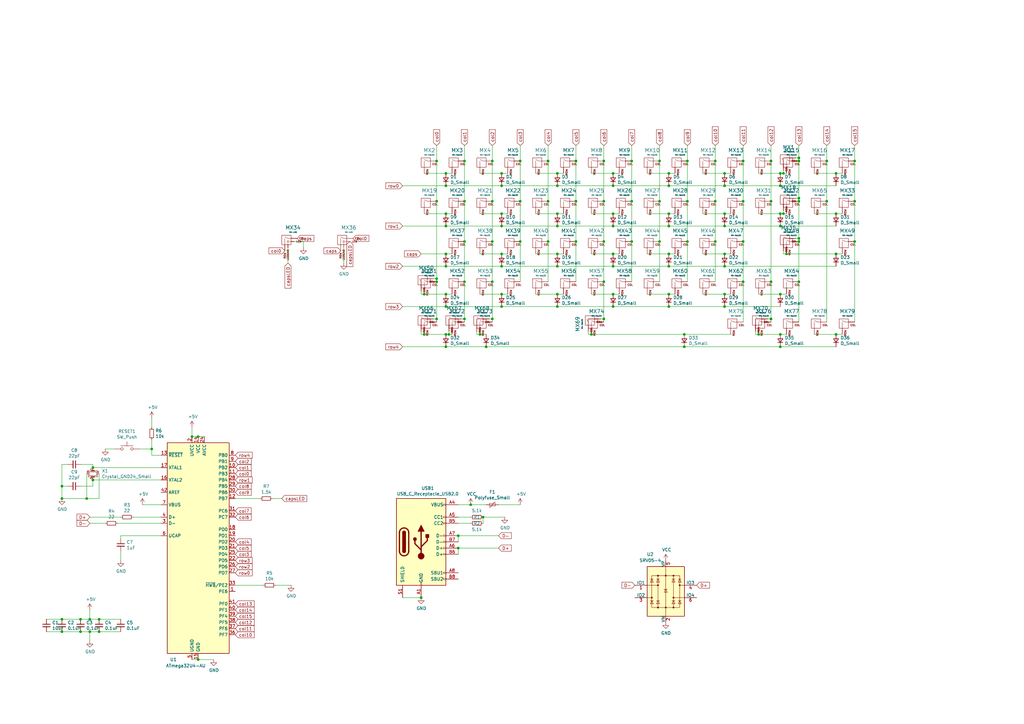
<source format=kicad_sch>
(kicad_sch (version 20230121) (generator eeschema)
  (paper "A3")
  (junction (at 184.15 137.16))
  (junction (at 40.64 254))
  (junction (at 35.56 204.47))
  (junction (at 62.23 184.15))
  (junction (at 281.94 99.06))
  (junction (at 213.36 66.04))
  (junction (at 247.65 115.57))
  (junction (at 36.83 254))
  (junction (at 78.74 179.07))
  (junction (at 182.88 142.24))
  (junction (at 179.07 115.57))
  (junction (at 228.6 87.63))
  (junction (at 251.46 120.65))
  (junction (at 259.08 99.06))
  (junction (at 274.32 71.12))
  (junction (at 190.5 130.81))
  (junction (at 320.04 92.71))
  (junction (at 274.32 125.73))
  (junction (at 251.46 109.22))
  (junction (at 342.9 71.12))
  (junction (at 40.64 259.08))
  (junction (at 259.08 66.04))
  (junction (at 36.83 259.08))
  (junction (at 247.65 99.06))
  (junction (at 205.74 71.12))
  (junction (at 205.74 104.14))
  (junction (at 320.04 120.65))
  (junction (at 224.79 99.06))
  (junction (at 297.18 87.63))
  (junction (at 182.88 120.65))
  (junction (at 327.66 99.06))
  (junction (at 342.9 137.16))
  (junction (at 320.04 76.2))
  (junction (at 247.65 82.55))
  (junction (at 33.02 254))
  (junction (at 311.15 137.16))
  (junction (at 339.09 82.55))
  (junction (at 297.18 71.12))
  (junction (at 213.36 99.06))
  (junction (at 321.31 71.12))
  (junction (at 251.46 71.12))
  (junction (at 182.88 125.73))
  (junction (at 327.66 66.04))
  (junction (at 182.88 87.63))
  (junction (at 236.22 82.55))
  (junction (at 25.4 254))
  (junction (at 228.6 92.71))
  (junction (at 293.37 82.55))
  (junction (at 179.07 82.55))
  (junction (at 293.37 99.06))
  (junction (at 274.32 76.2))
  (junction (at 320.04 142.24))
  (junction (at 205.74 87.63))
  (junction (at 274.32 87.63))
  (junction (at 179.07 66.04))
  (junction (at 228.6 71.12))
  (junction (at 172.72 245.11))
  (junction (at 182.88 137.16))
  (junction (at 247.65 66.04))
  (junction (at 280.67 142.24))
  (junction (at 182.88 71.12))
  (junction (at 182.88 104.14))
  (junction (at 228.6 76.2))
  (junction (at 316.23 66.04))
  (junction (at 201.93 82.55))
  (junction (at 281.94 66.04))
  (junction (at 25.4 204.47))
  (junction (at 205.74 92.71))
  (junction (at 327.66 81.28))
  (junction (at 251.46 87.63))
  (junction (at 228.6 120.65))
  (junction (at 201.93 99.06))
  (junction (at 274.32 92.71))
  (junction (at 350.52 99.06))
  (junction (at 350.52 66.04))
  (junction (at 201.93 66.04))
  (junction (at 270.51 82.55))
  (junction (at 224.79 66.04))
  (junction (at 81.28 270.51))
  (junction (at 205.74 125.73))
  (junction (at 327.66 115.57))
  (junction (at 187.96 219.71))
  (junction (at 228.6 104.14))
  (junction (at 327.66 97.79))
  (junction (at 297.18 120.65))
  (junction (at 224.79 82.55))
  (junction (at 179.07 130.81))
  (junction (at 81.28 179.07))
  (junction (at 199.39 142.24))
  (junction (at 304.8 115.57))
  (junction (at 297.18 92.71))
  (junction (at 274.32 109.22))
  (junction (at 251.46 104.14))
  (junction (at 297.18 104.14))
  (junction (at 193.04 207.01))
  (junction (at 182.88 76.2))
  (junction (at 304.8 66.04))
  (junction (at 38.1 196.85))
  (junction (at 196.85 137.16))
  (junction (at 304.8 82.55))
  (junction (at 297.18 76.2))
  (junction (at 259.08 82.55))
  (junction (at 173.99 137.16))
  (junction (at 297.18 125.73))
  (junction (at 350.52 82.55))
  (junction (at 342.9 87.63))
  (junction (at 320.04 71.12))
  (junction (at 322.58 104.14))
  (junction (at 38.1 191.77))
  (junction (at 247.65 130.81))
  (junction (at 198.12 212.09))
  (junction (at 187.96 224.79))
  (junction (at 327.66 82.55))
  (junction (at 320.04 137.16))
  (junction (at 236.22 99.06))
  (junction (at 242.57 137.16))
  (junction (at 280.67 137.16))
  (junction (at 228.6 109.22))
  (junction (at 213.36 82.55))
  (junction (at 190.5 99.06))
  (junction (at 33.02 259.08))
  (junction (at 190.5 82.55))
  (junction (at 182.88 109.22))
  (junction (at 297.18 109.22))
  (junction (at 205.74 109.22))
  (junction (at 173.99 120.65))
  (junction (at 339.09 66.04))
  (junction (at 270.51 66.04))
  (junction (at 251.46 125.73))
  (junction (at 228.6 125.73))
  (junction (at 251.46 92.71))
  (junction (at 274.32 120.65))
  (junction (at 236.22 66.04))
  (junction (at 190.5 115.57))
  (junction (at 251.46 76.2))
  (junction (at 179.07 114.3))
  (junction (at 205.74 76.2))
  (junction (at 304.8 99.06))
  (junction (at 25.4 199.39))
  (junction (at 342.9 104.14))
  (junction (at 316.23 130.81))
  (junction (at 293.37 66.04))
  (junction (at 281.94 82.55))
  (junction (at 321.31 87.63))
  (junction (at 201.93 130.81))
  (junction (at 316.23 115.57))
  (junction (at 25.4 259.08))
  (junction (at 182.88 92.71))
  (junction (at 316.23 82.55))
  (junction (at 320.04 87.63))
  (junction (at 274.32 104.14))
  (junction (at 201.93 115.57))
  (junction (at 190.5 66.04))
  (junction (at 205.74 120.65))
  (junction (at 270.51 99.06))
  (junction (at 327.66 64.77))
  (wire (pts (xy 327.66 82.55) (xy 327.66 97.79)))
  (wire (pts (xy 205.74 125.73) (xy 228.6 125.73)))
  (wire (pts (xy 228.6 76.2) (xy 251.46 76.2)))
  (wire (pts (xy 187.96 219.71) (xy 204.47 219.71)))
  (wire (pts (xy 281.94 82.55) (xy 281.94 66.04)))
  (wire (pts (xy 35.56 204.47) (xy 40.64 204.47)))
  (wire (pts (xy 320.04 92.71) (xy 342.9 92.71)))
  (wire (pts (xy 196.85 120.65) (xy 205.74 120.65)))
  (wire (pts (xy 49.53 229.87) (xy 49.53 226.06)))
  (wire (pts (xy 33.02 199.39) (xy 38.1 199.39)))
  (wire (pts (xy 247.65 115.57) (xy 247.65 130.81)))
  (wire (pts (xy 179.07 115.57) (xy 179.07 130.81)))
  (wire (pts (xy 38.1 196.85) (xy 66.04 196.85)))
  (wire (pts (xy 297.18 109.22) (xy 342.9 109.22)))
  (wire (pts (xy 304.8 82.55) (xy 304.8 66.04)))
  (wire (pts (xy 120.65 99.06) (xy 124.46 99.06)))
  (wire (pts (xy 247.65 66.04) (xy 247.65 82.55)))
  (wire (pts (xy 38.1 190.5) (xy 33.02 190.5)))
  (wire (pts (xy 342.9 137.16) (xy 334.01 137.16)))
  (wire (pts (xy 274.32 87.63) (xy 265.43 87.63)))
  (wire (pts (xy 321.31 104.14) (xy 322.58 104.14)))
  (wire (pts (xy 193.04 207.01) (xy 199.39 207.01)))
  (wire (pts (xy 195.58 137.16) (xy 196.85 137.16)))
  (wire (pts (xy 293.37 82.55) (xy 293.37 99.06)))
  (wire (pts (xy 198.12 214.63) (xy 198.12 212.09)))
  (wire (pts (xy 270.51 59.69) (xy 270.51 66.04)))
  (wire (pts (xy 316.23 115.57) (xy 316.23 130.81)))
  (wire (pts (xy 48.26 214.63) (xy 66.04 214.63)))
  (wire (pts (xy 280.67 142.24) (xy 320.04 142.24)))
  (wire (pts (xy 78.74 179.07) (xy 81.28 179.07)))
  (wire (pts (xy 184.15 135.89) (xy 184.15 137.16)))
  (wire (pts (xy 66.04 207.01) (xy 58.42 207.01)))
  (wire (pts (xy 96.52 204.47) (xy 106.68 204.47)))
  (wire (pts (xy 19.05 259.08) (xy 25.4 259.08)))
  (wire (pts (xy 35.56 194.31) (xy 35.56 204.47)))
  (wire (pts (xy 208.28 71.12) (xy 205.74 71.12)))
  (wire (pts (xy 311.15 137.16) (xy 320.04 137.16)))
  (wire (pts (xy 199.39 137.16) (xy 196.85 137.16)))
  (wire (pts (xy 274.32 120.65) (xy 265.43 120.65)))
  (wire (pts (xy 190.5 99.06) (xy 190.5 82.55)))
  (wire (pts (xy 242.57 104.14) (xy 251.46 104.14)))
  (wire (pts (xy 46.99 184.15) (xy 43.18 184.15)))
  (wire (pts (xy 179.07 59.69) (xy 179.07 66.04)))
  (wire (pts (xy 201.93 59.69) (xy 201.93 66.04)))
  (wire (pts (xy 251.46 125.73) (xy 274.32 125.73)))
  (wire (pts (xy 251.46 109.22) (xy 274.32 109.22)))
  (wire (pts (xy 293.37 59.69) (xy 293.37 66.04)))
  (wire (pts (xy 213.36 99.06) (xy 213.36 82.55)))
  (wire (pts (xy 201.93 66.04) (xy 201.93 82.55)))
  (wire (pts (xy 172.72 119.38) (xy 172.72 120.65)))
  (wire (pts (xy 231.14 71.12) (xy 228.6 71.12)))
  (wire (pts (xy 274.32 125.73) (xy 297.18 125.73)))
  (wire (pts (xy 321.31 87.63) (xy 321.31 86.36)))
  (wire (pts (xy 247.65 99.06) (xy 247.65 115.57)))
  (wire (pts (xy 342.9 87.63) (xy 334.01 87.63)))
  (wire (pts (xy 276.86 87.63) (xy 274.32 87.63)))
  (wire (pts (xy 199.39 142.24) (xy 280.67 142.24)))
  (wire (pts (xy 201.93 99.06) (xy 201.93 115.57)))
  (wire (pts (xy 276.86 104.14) (xy 274.32 104.14)))
  (wire (pts (xy 297.18 92.71) (xy 320.04 92.71)))
  (wire (pts (xy 62.23 184.15) (xy 62.23 180.34)))
  (wire (pts (xy 276.86 71.12) (xy 274.32 71.12)))
  (wire (pts (xy 172.72 135.89) (xy 172.72 137.16)))
  (wire (pts (xy 350.52 99.06) (xy 350.52 82.55)))
  (wire (pts (xy 320.04 76.2) (xy 342.9 76.2)))
  (wire (pts (xy 274.32 76.2) (xy 297.18 76.2)))
  (wire (pts (xy 66.04 186.69) (xy 62.23 186.69)))
  (wire (pts (xy 297.18 71.12) (xy 288.29 71.12)))
  (wire (pts (xy 205.74 76.2) (xy 228.6 76.2)))
  (wire (pts (xy 66.04 212.09) (xy 54.61 212.09)))
  (wire (pts (xy 165.1 76.2) (xy 182.88 76.2)))
  (wire (pts (xy 327.66 82.55) (xy 327.66 81.28)))
  (wire (pts (xy 274.32 109.22) (xy 297.18 109.22)))
  (wire (pts (xy 299.72 120.65) (xy 297.18 120.65)))
  (wire (pts (xy 228.6 125.73) (xy 251.46 125.73)))
  (wire (pts (xy 172.72 104.14) (xy 182.88 104.14)))
  (wire (pts (xy 293.37 66.04) (xy 293.37 82.55)))
  (wire (pts (xy 190.5 132.08) (xy 190.5 130.81)))
  (wire (pts (xy 297.18 125.73) (xy 320.04 125.73)))
  (wire (pts (xy 228.6 120.65) (xy 219.71 120.65)))
  (wire (pts (xy 182.88 76.2) (xy 205.74 76.2)))
  (wire (pts (xy 288.29 104.14) (xy 297.18 104.14)))
  (wire (pts (xy 190.5 82.55) (xy 190.5 66.04)))
  (wire (pts (xy 297.18 76.2) (xy 320.04 76.2)))
  (wire (pts (xy 311.15 87.63) (xy 320.04 87.63)))
  (wire (pts (xy 124.46 99.06) (xy 124.46 101.6)))
  (wire (pts (xy 276.86 120.65) (xy 274.32 120.65)))
  (wire (pts (xy 231.14 120.65) (xy 228.6 120.65)))
  (wire (pts (xy 179.07 82.55) (xy 179.07 114.3)))
  (wire (pts (xy 165.1 245.11) (xy 172.72 245.11)))
  (wire (pts (xy 236.22 99.06) (xy 236.22 82.55)))
  (wire (pts (xy 309.88 137.16) (xy 309.88 135.89)))
  (wire (pts (xy 66.04 219.71) (xy 49.53 219.71)))
  (wire (pts (xy 224.79 82.55) (xy 224.79 99.06)))
  (wire (pts (xy 321.31 71.12) (xy 320.04 71.12)))
  (wire (pts (xy 320.04 142.24) (xy 342.9 142.24)))
  (wire (pts (xy 228.6 87.63) (xy 219.71 87.63)))
  (wire (pts (xy 187.96 207.01) (xy 193.04 207.01)))
  (wire (pts (xy 185.42 71.12) (xy 182.88 71.12)))
  (wire (pts (xy 236.22 115.57) (xy 236.22 99.06)))
  (wire (pts (xy 33.02 259.08) (xy 25.4 259.08)))
  (wire (pts (xy 322.58 120.65) (xy 320.04 120.65)))
  (wire (pts (xy 36.83 259.08) (xy 33.02 259.08)))
  (wire (pts (xy 316.23 59.69) (xy 316.23 66.04)))
  (wire (pts (xy 205.74 104.14) (xy 196.85 104.14)))
  (wire (pts (xy 205.74 109.22) (xy 228.6 109.22)))
  (wire (pts (xy 179.07 114.3) (xy 179.07 115.57)))
  (wire (pts (xy 326.39 97.79) (xy 327.66 97.79)))
  (wire (pts (xy 299.72 104.14) (xy 297.18 104.14)))
  (wire (pts (xy 38.1 191.77) (xy 66.04 191.77)))
  (wire (pts (xy 25.4 254) (xy 33.02 254)))
  (wire (pts (xy 231.14 104.14) (xy 228.6 104.14)))
  (wire (pts (xy 185.42 120.65) (xy 182.88 120.65)))
  (wire (pts (xy 322.58 137.16) (xy 320.04 137.16)))
  (wire (pts (xy 190.5 66.04) (xy 190.5 59.69)))
  (wire (pts (xy 251.46 120.65) (xy 242.57 120.65)))
  (wire (pts (xy 81.28 179.07) (xy 83.82 179.07)))
  (wire (pts (xy 339.09 66.04) (xy 339.09 82.55)))
  (wire (pts (xy 254 120.65) (xy 251.46 120.65)))
  (wire (pts (xy 35.56 204.47) (xy 25.4 204.47)))
  (wire (pts (xy 259.08 66.04) (xy 259.08 59.69)))
  (wire (pts (xy 177.8 114.3) (xy 179.07 114.3)))
  (wire (pts (xy 326.39 64.77) (xy 327.66 64.77)))
  (wire (pts (xy 274.32 92.71) (xy 297.18 92.71)))
  (wire (pts (xy 185.42 87.63) (xy 182.88 87.63)))
  (wire (pts (xy 96.52 240.03) (xy 107.95 240.03)))
  (wire (pts (xy 40.64 254) (xy 49.53 254)))
  (wire (pts (xy 179.07 130.81) (xy 179.07 132.08)))
  (wire (pts (xy 281.94 115.57) (xy 281.94 99.06)))
  (wire (pts (xy 350.52 99.06) (xy 350.52 132.08)))
  (wire (pts (xy 201.93 115.57) (xy 201.93 130.81)))
  (wire (pts (xy 187.96 224.79) (xy 204.47 224.79)))
  (wire (pts (xy 36.83 254) (xy 36.83 250.19)))
  (wire (pts (xy 259.08 99.06) (xy 259.08 82.55)))
  (wire (pts (xy 293.37 99.06) (xy 293.37 115.57)))
  (wire (pts (xy 270.51 66.04) (xy 270.51 82.55)))
  (wire (pts (xy 304.8 99.06) (xy 304.8 82.55)))
  (wire (pts (xy 259.08 82.55) (xy 259.08 66.04)))
  (wire (pts (xy 251.46 87.63) (xy 242.57 87.63)))
  (wire (pts (xy 187.96 227.33) (xy 187.96 224.79)))
  (wire (pts (xy 36.83 214.63) (xy 43.18 214.63)))
  (wire (pts (xy 38.1 199.39) (xy 38.1 196.85)))
  (wire (pts (xy 172.72 137.16) (xy 173.99 137.16)))
  (wire (pts (xy 246.38 130.81) (xy 247.65 130.81)))
  (wire (pts (xy 179.07 66.04) (xy 179.07 82.55)))
  (wire (pts (xy 251.46 76.2) (xy 274.32 76.2)))
  (wire (pts (xy 40.64 259.08) (xy 36.83 259.08)))
  (wire (pts (xy 327.66 81.28) (xy 327.66 66.04)))
  (wire (pts (xy 350.52 82.55) (xy 350.52 66.04)))
  (wire (pts (xy 316.23 66.04) (xy 316.23 82.55)))
  (wire (pts (xy 195.58 135.89) (xy 195.58 137.16)))
  (wire (pts (xy 111.76 204.47) (xy 115.57 204.47)))
  (wire (pts (xy 49.53 259.08) (xy 40.64 259.08)))
  (wire (pts (xy 213.36 66.04) (xy 213.36 59.69)))
  (wire (pts (xy 187.96 212.09) (xy 193.04 212.09)))
  (wire (pts (xy 345.44 87.63) (xy 342.9 87.63)))
  (wire (pts (xy 25.4 199.39) (xy 25.4 190.5)))
  (wire (pts (xy 281.94 66.04) (xy 281.94 59.69)))
  (wire (pts (xy 281.94 99.06) (xy 281.94 82.55)))
  (wire (pts (xy 254 71.12) (xy 251.46 71.12)))
  (wire (pts (xy 228.6 92.71) (xy 251.46 92.71)))
  (wire (pts (xy 247.65 82.55) (xy 247.65 99.06)))
  (wire (pts (xy 78.74 175.26) (xy 78.74 179.07)))
  (wire (pts (xy 320.04 120.65) (xy 311.15 120.65)))
  (wire (pts (xy 322.58 104.14) (xy 342.9 104.14)))
  (wire (pts (xy 241.3 137.16) (xy 242.57 137.16)))
  (wire (pts (xy 182.88 109.22) (xy 205.74 109.22)))
  (wire (pts (xy 33.02 254) (xy 36.83 254)))
  (wire (pts (xy 182.88 142.24) (xy 199.39 142.24)))
  (wire (pts (xy 49.53 212.09) (xy 36.83 212.09)))
  (wire (pts (xy 224.79 66.04) (xy 224.79 82.55)))
  (wire (pts (xy 173.99 137.16) (xy 182.88 137.16)))
  (wire (pts (xy 208.28 120.65) (xy 205.74 120.65)))
  (wire (pts (xy 182.88 87.63) (xy 173.99 87.63)))
  (wire (pts (xy 320.04 71.12) (xy 311.15 71.12)))
  (wire (pts (xy 200.66 130.81) (xy 201.93 130.81)))
  (wire (pts (xy 342.9 71.12) (xy 334.01 71.12)))
  (wire (pts (xy 241.3 135.89) (xy 241.3 137.16)))
  (wire (pts (xy 81.28 270.51) (xy 78.74 270.51)))
  (wire (pts (xy 236.22 82.55) (xy 236.22 66.04)))
  (wire (pts (xy 224.79 99.06) (xy 224.79 115.57)))
  (wire (pts (xy 270.51 82.55) (xy 270.51 99.06)))
  (wire (pts (xy 207.01 212.09) (xy 198.12 212.09)))
  (wire (pts (xy 205.74 87.63) (xy 196.85 87.63)))
  (wire (pts (xy 38.1 190.5) (xy 38.1 191.77)))
  (wire (pts (xy 185.42 104.14) (xy 182.88 104.14)))
  (wire (pts (xy 339.09 82.55) (xy 339.09 132.08)))
  (wire (pts (xy 165.1 142.24) (xy 182.88 142.24)))
  (wire (pts (xy 345.44 104.14) (xy 342.9 104.14)))
  (wire (pts (xy 81.28 270.51) (xy 87.63 270.51)))
  (wire (pts (xy 119.38 240.03) (xy 113.03 240.03)))
  (wire (pts (xy 184.15 137.16) (xy 182.88 137.16)))
  (wire (pts (xy 165.1 92.71) (xy 182.88 92.71)))
  (wire (pts (xy 321.31 102.87) (xy 321.31 104.14)))
  (wire (pts (xy 204.47 207.01) (xy 213.36 207.01)))
  (wire (pts (xy 219.71 104.14) (xy 228.6 104.14)))
  (wire (pts (xy 345.44 137.16) (xy 342.9 137.16)))
  (wire (pts (xy 187.96 222.25) (xy 187.96 219.71)))
  (wire (pts (xy 345.44 71.12) (xy 342.9 71.12)))
  (wire (pts (xy 172.72 120.65) (xy 173.99 120.65)))
  (wire (pts (xy 311.15 137.16) (xy 309.88 137.16)))
  (wire (pts (xy 320.04 87.63) (xy 321.31 87.63)))
  (wire (pts (xy 316.23 130.81) (xy 316.23 132.08)))
  (wire (pts (xy 182.88 125.73) (xy 205.74 125.73)))
  (wire (pts (xy 322.58 71.12) (xy 321.31 71.12)))
  (wire (pts (xy 327.66 64.77) (xy 327.66 59.69)))
  (wire (pts (xy 140.97 107.95) (xy 140.97 101.6)))
  (wire (pts (xy 57.15 184.15) (xy 62.23 184.15)))
  (wire (pts (xy 327.66 97.79) (xy 327.66 99.06)))
  (wire (pts (xy 25.4 254) (xy 19.05 254)))
  (wire (pts (xy 49.53 219.71) (xy 49.53 220.98)))
  (wire (pts (xy 326.39 81.28) (xy 327.66 81.28)))
  (wire (pts (xy 189.23 130.81) (xy 190.5 130.81)))
  (wire (pts (xy 118.11 107.95) (xy 118.11 101.6)))
  (wire (pts (xy 185.42 137.16) (xy 184.15 137.16)))
  (wire (pts (xy 208.28 104.14) (xy 205.74 104.14)))
  (wire (pts (xy 297.18 87.63) (xy 288.29 87.63)))
  (wire (pts (xy 231.14 87.63) (xy 228.6 87.63)))
  (wire (pts (xy 213.36 115.57) (xy 213.36 99.06)))
  (wire (pts (xy 265.43 104.14) (xy 274.32 104.14)))
  (wire (pts (xy 182.88 71.12) (xy 173.99 71.12)))
  (wire (pts (xy 327.66 99.06) (xy 327.66 115.57)))
  (wire (pts (xy 316.23 82.55) (xy 316.23 115.57)))
  (wire (pts (xy 228.6 71.12) (xy 219.71 71.12)))
  (wire (pts (xy 62.23 171.45) (xy 62.23 175.26)))
  (wire (pts (xy 280.67 137.16) (xy 299.72 137.16)))
  (wire (pts (xy 228.6 109.22) (xy 251.46 109.22)))
  (wire (pts (xy 299.72 87.63) (xy 297.18 87.63)))
  (wire (pts (xy 165.1 109.22) (xy 182.88 109.22)))
  (wire (pts (xy 288.29 120.65) (xy 297.18 120.65)))
  (wire (pts (xy 40.64 204.47) (xy 40.64 194.31)))
  (wire (pts (xy 321.31 87.63) (xy 322.58 87.63)))
  (wire (pts (xy 201.93 130.81) (xy 201.93 132.08)))
  (wire (pts (xy 25.4 199.39) (xy 25.4 204.47)))
  (wire (pts (xy 236.22 66.04) (xy 236.22 59.69)))
  (wire (pts (xy 327.66 66.04) (xy 327.66 64.77)))
  (wire (pts (xy 190.5 115.57) (xy 190.5 99.06)))
  (wire (pts (xy 339.09 66.04) (xy 339.09 59.69)))
  (wire (pts (xy 299.72 71.12) (xy 297.18 71.12)))
  (wire (pts (xy 187.96 214.63) (xy 193.04 214.63)))
  (wire (pts (xy 304.8 66.04) (xy 304.8 59.69)))
  (wire (pts (xy 270.51 99.06) (xy 270.51 115.57)))
  (wire (pts (xy 304.8 115.57) (xy 304.8 132.08)))
  (wire (pts (xy 177.8 130.81) (xy 179.07 130.81)))
  (wire (pts (xy 247.65 59.69) (xy 247.65 66.04)))
  (wire (pts (xy 205.74 71.12) (xy 196.85 71.12)))
  (wire (pts (xy 327.66 132.08) (xy 327.66 115.57)))
  (wire (pts (xy 182.88 92.71) (xy 205.74 92.71)))
  (wire (pts (xy 280.67 137.16) (xy 242.57 137.16)))
  (wire (pts (xy 274.32 71.12) (xy 265.43 71.12)))
  (wire (pts (xy 213.36 82.55) (xy 213.36 66.04)))
  (wire (pts (xy 254 104.14) (xy 251.46 104.14)))
  (wire (pts (xy 259.08 115.57) (xy 259.08 99.06)))
  (wire (pts (xy 314.96 130.81) (xy 316.23 130.81)))
  (wire (pts (xy 165.1 125.73) (xy 182.88 125.73)))
  (wire (pts (xy 62.23 186.69) (xy 62.23 184.15)))
  (wire (pts (xy 36.83 254) (xy 40.64 254)))
  (wire (pts (xy 36.83 262.89) (xy 36.83 259.08)))
  (wire (pts (xy 350.52 66.04) (xy 350.52 59.69)))
  (wire (pts (xy 321.31 69.85) (xy 321.31 71.12)))
  (wire (pts (xy 201.93 82.55) (xy 201.93 99.06)))
  (wire (pts (xy 251.46 71.12) (xy 242.57 71.12)))
  (wire (pts (xy 224.79 59.69) (xy 224.79 66.04)))
  (wire (pts (xy 254 87.63) (xy 251.46 87.63)))
  (wire (pts (xy 27.94 199.39) (xy 25.4 199.39)))
  (wire (pts (xy 208.28 87.63) (xy 205.74 87.63)))
  (wire (pts (xy 205.74 92.71) (xy 228.6 92.71)))
  (wire (pts (xy 173.99 120.65) (xy 182.88 120.65)))
  (wire (pts (xy 251.46 92.71) (xy 274.32 92.71)))
  (wire (pts (xy 25.4 190.5) (xy 27.94 190.5)))
  (wire (pts (xy 247.65 130.81) (xy 247.65 132.08)))
  (wire (pts (xy 304.8 115.57) (xy 304.8 99.06)))
  (wire (pts (xy 190.5 130.81) (xy 190.5 115.57)))
  (global_label "col1" (shape input) (at 190.5 59.69 90) (property "Intersheetrefs" "${INTERSHEET_REFS}" (effects hide)))
  (global_label "D-" (shape input) (at 36.83 214.63 180) (property "Intersheetrefs" "${INTERSHEET_REFS}" (effects hide)))
  (global_label "col12" (shape input) (at 96.52 255.27 0) (property "Intersheetrefs" "${INTERSHEET_REFS}" (effects hide)))
  (global_label "col15" (shape input) (at 350.52 59.69 90) (property "Intersheetrefs" "${INTERSHEET_REFS}" (effects hide)))
  (global_label "D+" (shape input) (at 285.75 240.03 0) (property "Intersheetrefs" "${INTERSHEET_REFS}" (effects hide)))
  (global_label "row0" (shape input) (at 165.1 76.2 180) (property "Intersheetrefs" "${INTERSHEET_REFS}" (effects hide)))
  (global_label "col3" (shape input) (at 96.52 227.33 0) (property "Intersheetrefs" "${INTERSHEET_REFS}" (effects hide)))
  (global_label "col2" (shape input) (at 96.52 189.23 0) (property "Intersheetrefs" "${INTERSHEET_REFS}" (effects hide)))
  (global_label "row4" (shape input) (at 96.52 186.69 0) (property "Intersheetrefs" "${INTERSHEET_REFS}" (effects hide)))
  (global_label "col0" (shape input) (at 116.84 102.87 180) (property "Intersheetrefs" "${INTERSHEET_REFS}" (effects hide)))
  (global_label "col3" (shape input) (at 213.36 59.69 90) (property "Intersheetrefs" "${INTERSHEET_REFS}" (effects hide)))
  (global_label "caps" (shape input) (at 139.7 102.87 180) (property "Intersheetrefs" "${INTERSHEET_REFS}" (effects hide)))
  (global_label "col1" (shape input) (at 96.52 191.77 0) (property "Intersheetrefs" "${INTERSHEET_REFS}" (effects hide)))
  (global_label "col11" (shape input) (at 304.8 59.69 90) (property "Intersheetrefs" "${INTERSHEET_REFS}" (effects hide)))
  (global_label "col7" (shape input) (at 259.08 59.69 90) (property "Intersheetrefs" "${INTERSHEET_REFS}" (effects hide)))
  (global_label "caps" (shape input) (at 172.72 104.14 180) (property "Intersheetrefs" "${INTERSHEET_REFS}" (effects hide)))
  (global_label "col6" (shape input) (at 247.65 59.69 90) (property "Intersheetrefs" "${INTERSHEET_REFS}" (effects hide)))
  (global_label "col0" (shape input) (at 96.52 194.31 0) (property "Intersheetrefs" "${INTERSHEET_REFS}" (effects hide)))
  (global_label "col14" (shape input) (at 96.52 250.19 0) (property "Intersheetrefs" "${INTERSHEET_REFS}" (effects hide)))
  (global_label "col13" (shape input) (at 327.66 59.69 90) (property "Intersheetrefs" "${INTERSHEET_REFS}" (effects hide)))
  (global_label "col13" (shape input) (at 96.52 247.65 0) (property "Intersheetrefs" "${INTERSHEET_REFS}" (effects hide)))
  (global_label "D-" (shape input) (at 260.35 240.03 180) (property "Intersheetrefs" "${INTERSHEET_REFS}" (effects hide)))
  (global_label "capsLED" (shape input) (at 115.57 204.47 0) (property "Intersheetrefs" "${INTERSHEET_REFS}" (effects hide)))
  (global_label "col8" (shape input) (at 270.51 59.69 90) (property "Intersheetrefs" "${INTERSHEET_REFS}" (effects hide)))
  (global_label "row2" (shape input) (at 165.1 109.22 180) (property "Intersheetrefs" "${INTERSHEET_REFS}" (effects hide)))
  (global_label "row0" (shape input) (at 96.52 234.95 0) (property "Intersheetrefs" "${INTERSHEET_REFS}" (effects hide)))
  (global_label "col10" (shape input) (at 293.37 59.69 90) (property "Intersheetrefs" "${INTERSHEET_REFS}" (effects hide)))
  (global_label "col4" (shape input) (at 96.52 222.25 0) (property "Intersheetrefs" "${INTERSHEET_REFS}" (effects hide)))
  (global_label "row3" (shape input) (at 96.52 229.87 0) (property "Intersheetrefs" "${INTERSHEET_REFS}" (effects hide)))
  (global_label "capsLED" (shape input) (at 143.51 99.06 270) (property "Intersheetrefs" "${INTERSHEET_REFS}" (effects hide)))
  (global_label "D+" (shape input) (at 36.83 212.09 180) (property "Intersheetrefs" "${INTERSHEET_REFS}" (effects hide)))
  (global_label "D+" (shape input) (at 204.47 224.79 0) (property "Intersheetrefs" "${INTERSHEET_REFS}" (effects hide)))
  (global_label "col8" (shape input) (at 96.52 199.39 0) (property "Intersheetrefs" "${INTERSHEET_REFS}" (effects hide)))
  (global_label "row3" (shape input) (at 165.1 125.73 180) (property "Intersheetrefs" "${INTERSHEET_REFS}" (effects hide)))
  (global_label "col7" (shape input) (at 96.52 209.55 0) (property "Intersheetrefs" "${INTERSHEET_REFS}" (effects hide)))
  (global_label "row1" (shape input) (at 165.1 92.71 180) (property "Intersheetrefs" "${INTERSHEET_REFS}" (effects hide)))
  (global_label "D-" (shape input) (at 204.47 219.71 0) (property "Intersheetrefs" "${INTERSHEET_REFS}" (effects hide)))
  (global_label "row4" (shape input) (at 165.1 142.24 180) (property "Intersheetrefs" "${INTERSHEET_REFS}" (effects hide)))
  (global_label "col12" (shape input) (at 316.23 59.69 90) (property "Intersheetrefs" "${INTERSHEET_REFS}" (effects hide)))
  (global_label "caps" (shape input) (at 121.92 97.79 0) (property "Intersheetrefs" "${INTERSHEET_REFS}" (effects hide)))
  (global_label "col11" (shape input) (at 96.52 257.81 0) (property "Intersheetrefs" "${INTERSHEET_REFS}" (effects hide)))
  (global_label "col14" (shape input) (at 339.09 59.69 90) (property "Intersheetrefs" "${INTERSHEET_REFS}" (effects hide)))
  (global_label "row2" (shape input) (at 96.52 232.41 0) (property "Intersheetrefs" "${INTERSHEET_REFS}" (effects hide)))
  (global_label "capsLED" (shape input) (at 118.11 107.95 270) (property "Intersheetrefs" "${INTERSHEET_REFS}" (effects hide)))
  (global_label "col6" (shape input) (at 96.52 212.09 0) (property "Intersheetrefs" "${INTERSHEET_REFS}" (effects hide)))
  (global_label "col5" (shape input) (at 236.22 59.69 90) (property "Intersheetrefs" "${INTERSHEET_REFS}" (effects hide)))
  (global_label "col9" (shape input) (at 96.52 201.93 0) (property "Intersheetrefs" "${INTERSHEET_REFS}" (effects hide)))
  (global_label "col5" (shape input) (at 96.52 224.79 0) (property "Intersheetrefs" "${INTERSHEET_REFS}" (effects hide)))
  (global_label "col10" (shape input) (at 96.52 260.35 0) (property "Intersheetrefs" "${INTERSHEET_REFS}" (effects hide)))
  (global_label "col4" (shape input) (at 224.79 59.69 90) (property "Intersheetrefs" "${INTERSHEET_REFS}" (effects hide)))
  (global_label "col2" (shape input) (at 201.93 59.69 90) (property "Intersheetrefs" "${INTERSHEET_REFS}" (effects hide)))
  (global_label "row1" (shape input) (at 96.52 196.85 0) (property "Intersheetrefs" "${INTERSHEET_REFS}" (effects hide)))
  (global_label "col0" (shape input) (at 144.78 97.79 0) (property "Intersheetrefs" "${INTERSHEET_REFS}" (effects hide)))
  (global_label "col15" (shape input) (at 96.52 252.73 0) (property "Intersheetrefs" "${INTERSHEET_REFS}" (effects hide)))
  (global_label "col0" (shape input) (at 179.07 59.69 90) (property "Intersheetrefs" "${INTERSHEET_REFS}" (effects hide)))
  (global_label "col9" (shape input) (at 281.94 59.69 90) (property "Intersheetrefs" "${INTERSHEET_REFS}" (effects hide)))
  (symbol (lib_id "67_E-rescue:ATmega32U4-AU-MCU_Microchip_ATmega") (at 81.28 224.79 0) (unit 1)
    (property "Reference" "U1" (at 71.12 270.51 0))
    (property "Value" "ATmega32U4-AU" (at 76.2 273.05 0))
    (property "Footprint" "Package_QFP:TQFP-44_10x10mm_P0.8mm" (effects hide))
    (property "Datasheet" "http://ww1.microchip.com/downloads/en/DeviceDoc/Atmel-7766-8-bit-AVR-ATmega16U4-32U4_Datasheet.pdf" (effects hide))
    (property "LCSC" "C44854" (effects hide))
  )
  (symbol (lib_id "power:+5V") (at 78.74 175.26 0) (unit 1)
    (property "Reference" "#PWR02" (effects hide))
    (property "Value" "+5V" (at 79.121 170.8658 0))
  )
  (symbol (lib_id "power:GND") (at 87.63 270.51 0) (unit 1)
    (property "Reference" "#PWR017" (effects hide))
    (property "Value" "GND" (at 87.757 274.9042 0))
  )
  (symbol (lib_id "Device:R_Small") (at 110.49 240.03 270) (unit 1)
    (property "Reference" "R5" (at 110.49 235.0516 90))
    (property "Value" "10k" (at 110.49 237.363 90))
    (property "Footprint" "Resistor_SMD:R_0805_2012Metric" (effects hide))
    (property "LCSC" "C17414" (effects hide))
  )
  (symbol (lib_id "power:GND") (at 119.38 240.03 0) (unit 1)
    (property "Reference" "#PWR012" (effects hide))
    (property "Value" "GND" (at 119.507 244.4242 0))
  )
  (symbol (lib_id "Device:C_Small") (at 49.53 223.52 0) (unit 1)
    (property "Reference" "C7" (at 51.8668 222.3516 0) (effects (justify left)))
    (property "Value" "1uF" (at 51.8668 224.663 0) (effects (justify left)))
    (property "Footprint" "Capacitor_SMD:C_0805_2012Metric" (effects hide))
    (property "LCSC" "C28323" (effects hide))
  )
  (symbol (lib_id "power:GND") (at 49.53 229.87 0) (unit 1)
    (property "Reference" "#PWR010" (effects hide))
    (property "Value" "GND" (at 49.657 234.2642 0))
  )
  (symbol (lib_id "power:GND") (at 36.83 262.89 0) (unit 1)
    (property "Reference" "#PWR016" (effects hide))
    (property "Value" "GND" (at 36.957 267.2842 0))
  )
  (symbol (lib_id "power:+5V") (at 36.83 250.19 0) (unit 1)
    (property "Reference" "#PWR015" (effects hide))
    (property "Value" "+5V" (at 37.211 245.7958 0))
  )
  (symbol (lib_id "Device:C_Small") (at 25.4 256.54 0) (unit 1)
    (property "Reference" "C2" (at 27.7368 255.3716 0) (effects (justify left)))
    (property "Value" "0.1uF" (at 27.7368 257.683 0) (effects (justify left)))
    (property "Footprint" "Capacitor_SMD:C_0805_2012Metric" (effects hide))
    (property "LCSC" "C49678" (effects hide))
  )
  (symbol (lib_id "Device:C_Small") (at 33.02 256.54 0) (unit 1)
    (property "Reference" "C3" (at 35.3568 255.3716 0) (effects (justify left)))
    (property "Value" "0.1uF" (at 35.3568 257.683 0) (effects (justify left)))
    (property "Footprint" "Capacitor_SMD:C_0805_2012Metric" (effects hide))
    (property "LCSC" "C49678" (effects hide))
  )
  (symbol (lib_id "Device:C_Small") (at 40.64 256.54 0) (unit 1)
    (property "Reference" "C4" (at 42.9768 255.3716 0) (effects (justify left)))
    (property "Value" "0.1uF" (at 42.9768 257.683 0) (effects (justify left)))
    (property "Footprint" "Capacitor_SMD:C_0805_2012Metric" (effects hide))
    (property "LCSC" "C49678" (effects hide))
  )
  (symbol (lib_id "Device:C_Small") (at 19.05 256.54 0) (unit 1)
    (property "Reference" "C1" (at 21.3868 255.3716 0) (effects (justify left)))
    (property "Value" "10uF" (at 21.3868 257.683 0) (effects (justify left)))
    (property "Footprint" "Capacitor_SMD:C_0805_2012Metric" (effects hide))
    (property "LCSC" "C91245" (effects hide))
  )
  (symbol (lib_id "power:+5V") (at 58.42 207.01 0) (unit 1)
    (property "Reference" "#PWR05" (effects hide))
    (property "Value" "+5V" (at 58.801 202.6158 0))
  )
  (symbol (lib_id "Device:Crystal_GND24_Small") (at 38.1 194.31 270) (unit 1)
    (property "Reference" "X1" (at 41.7576 193.1416 90) (effects (justify left)))
    (property "Value" "Crystal_GND24_Small" (at 41.7576 195.453 90) (effects (justify left)))
    (property "Footprint" "Crystal:Crystal_SMD_3225-4Pin_3.2x2.5mm" (effects hide))
    (property "LCSC" "C13738" (effects hide))
  )
  (symbol (lib_id "Device:C_Small") (at 30.48 190.5 270) (unit 1)
    (property "Reference" "C8" (at 30.48 184.6834 90))
    (property "Value" "22pF" (at 30.48 186.9948 90))
    (property "Footprint" "Capacitor_SMD:C_0805_2012Metric" (effects hide))
    (property "LCSC" "C1804" (effects hide))
  )
  (symbol (lib_id "Device:C_Small") (at 30.48 199.39 270) (unit 1)
    (property "Reference" "C9" (at 30.48 193.5734 90))
    (property "Value" "22pF" (at 30.48 195.8848 90))
    (property "Footprint" "Capacitor_SMD:C_0805_2012Metric" (effects hide))
    (property "LCSC" "C1804" (effects hide))
  )
  (symbol (lib_id "power:GND") (at 25.4 204.47 0) (unit 1)
    (property "Reference" "#PWR04" (effects hide))
    (property "Value" "GND" (at 25.527 208.8642 0))
  )
  (symbol (lib_id "Switch:SW_Push") (at 52.07 184.15 0) (unit 1)
    (property "Reference" "RESET1" (at 52.07 176.911 0))
    (property "Value" "SW_Push" (at 52.07 179.2224 0))
    (property "Footprint" "Button_Switch_SMD:SW_SPST_TL3342" (effects hide))
    (property "LCSC" "C318884" (effects hide))
  )
  (symbol (lib_id "power:GND") (at 43.18 184.15 0) (unit 1)
    (property "Reference" "#PWR03" (effects hide))
    (property "Value" "GND" (at 43.307 188.5442 0))
  )
  (symbol (lib_id "Device:R_Small") (at 62.23 177.8 180) (unit 1)
    (property "Reference" "R6" (at 63.7286 176.6316 0) (effects (justify right)))
    (property "Value" "10k" (at 63.7286 178.943 0) (effects (justify right)))
    (property "Footprint" "Resistor_SMD:R_0805_2012Metric" (effects hide))
    (property "LCSC" "C17414" (effects hide))
  )
  (symbol (lib_id "power:+5V") (at 62.23 171.45 0) (unit 1)
    (property "Reference" "#PWR01" (effects hide))
    (property "Value" "+5V" (at 62.611 167.0558 0))
  )
  (symbol (lib_id "Device:R_Small") (at 52.07 212.09 90) (unit 1)
    (property "Reference" "R3" (at 52.07 207.1116 90))
    (property "Value" "22" (at 52.07 209.423 90))
    (property "Footprint" "Resistor_SMD:R_0805_2012Metric" (effects hide))
    (property "LCSC" "C17561" (effects hide))
  )
  (symbol (lib_id "Device:R_Small") (at 45.72 214.63 90) (unit 1)
    (property "Reference" "R4" (at 45.72 209.6516 90))
    (property "Value" "22" (at 45.72 211.963 90))
    (property "Footprint" "Resistor_SMD:R_0805_2012Metric" (effects hide))
    (property "LCSC" "C17561" (effects hide))
  )
  (symbol (lib_id "Device:Polyfuse_Small") (at 201.93 207.01 270) (unit 1)
    (property "Reference" "F1" (at 201.93 201.803 90))
    (property "Value" "Polyfuse_Small" (at 201.93 204.1144 90))
    (property "Footprint" "Fuse:Fuse_1206_3216Metric" (effects hide))
    (property "LCSC" "C69688" (effects hide))
  )
  (symbol (lib_id "power:+5V") (at 213.36 207.01 0) (unit 1)
    (property "Reference" "#PWR06" (effects hide))
    (property "Value" "+5V" (at 213.741 202.6158 0))
  )
  (symbol (lib_id "power:VCC") (at 193.04 207.01 0) (unit 1)
    (property "Reference" "#PWR07" (effects hide))
    (property "Value" "VCC" (at 193.421 202.6158 0))
  )
  (symbol (lib_id "power:GND") (at 172.72 245.11 0) (unit 1)
    (property "Reference" "#PWR08" (effects hide))
    (property "Value" "GND" (at 172.847 249.5042 0))
  )
  (symbol (lib_id "67_E-rescue:MX-NoLED-MX_Alps_Hybrid") (at 175.26 67.31 0) (unit 1)
    (property "Reference" "MX2" (at 176.0982 61.6458 0) (effects (font (size 1.524 1.524))))
    (property "Value" "MX-NoLED" (at 176.0982 63.5254 0) (effects (font (size 0.508 0.508))))
    (property "Footprint" "MX_Only:MXOnly-1U-NoLED" (effects hide))
  )
  (symbol (lib_id "67_E-rescue:MX-NoLED-MX_Alps_Hybrid") (at 186.69 67.31 0) (unit 1)
    (property "Reference" "MX3" (at 187.5282 61.6458 0) (effects (font (size 1.524 1.524))))
    (property "Value" "MX-NoLED" (at 187.5282 63.5254 0) (effects (font (size 0.508 0.508))))
    (property "Footprint" "MX_Only:MXOnly-1U-NoLED" (effects hide))
  )
  (symbol (lib_id "67_E-rescue:MX-NoLED-MX_Alps_Hybrid") (at 198.12 67.31 0) (unit 1)
    (property "Reference" "MX4" (at 198.9582 61.6458 0) (effects (font (size 1.524 1.524))))
    (property "Value" "MX-NoLED" (at 198.9582 63.5254 0) (effects (font (size 0.508 0.508))))
    (property "Footprint" "MX_Only:MXOnly-1U-NoLED" (effects hide))
  )
  (symbol (lib_id "67_E-rescue:MX-NoLED-MX_Alps_Hybrid") (at 209.55 67.31 0) (unit 1)
    (property "Reference" "MX5" (at 210.3882 61.6458 0) (effects (font (size 1.524 1.524))))
    (property "Value" "MX-NoLED" (at 210.3882 63.5254 0) (effects (font (size 0.508 0.508))))
    (property "Footprint" "MX_Only:MXOnly-1U-NoLED" (effects hide))
  )
  (symbol (lib_id "Device:D_Small") (at 205.74 73.66 90) (unit 1)
    (property "Reference" "D2" (at 207.518 72.4916 90) (effects (justify right)))
    (property "Value" "D_Small" (at 207.518 74.803 90) (effects (justify right)))
    (property "Footprint" "custom_parts:D_SOT-23_ANK" (effects hide))
    (property "LCSC" "C68978" (effects hide))
  )
  (symbol (lib_id "67_E-rescue:MX-NoLED-MX_Alps_Hybrid") (at 220.98 67.31 0) (unit 1)
    (property "Reference" "MX6" (at 221.8182 61.6458 0) (effects (font (size 1.524 1.524))))
    (property "Value" "MX-NoLED" (at 221.8182 63.5254 0) (effects (font (size 0.508 0.508))))
    (property "Footprint" "MX_Only:MXOnly-1U-NoLED" (effects hide))
  )
  (symbol (lib_id "67_E-rescue:MX-NoLED-MX_Alps_Hybrid") (at 232.41 67.31 0) (unit 1)
    (property "Reference" "MX7" (at 233.2482 61.6458 0) (effects (font (size 1.524 1.524))))
    (property "Value" "MX-NoLED" (at 233.2482 63.5254 0) (effects (font (size 0.508 0.508))))
    (property "Footprint" "MX_Only:MXOnly-1U-NoLED" (effects hide))
  )
  (symbol (lib_id "Device:D_Small") (at 228.6 73.66 90) (unit 1)
    (property "Reference" "D3" (at 230.378 72.4916 90) (effects (justify right)))
    (property "Value" "D_Small" (at 230.378 74.803 90) (effects (justify right)))
    (property "Footprint" "custom_parts:D_SOT-23_ANK" (effects hide))
    (property "LCSC" "C68978" (effects hide))
  )
  (symbol (lib_id "67_E-rescue:MX-NoLED-MX_Alps_Hybrid") (at 243.84 67.31 0) (unit 1)
    (property "Reference" "MX8" (at 244.6782 61.6458 0) (effects (font (size 1.524 1.524))))
    (property "Value" "MX-NoLED" (at 244.6782 63.5254 0) (effects (font (size 0.508 0.508))))
    (property "Footprint" "MX_Only:MXOnly-1U-NoLED" (effects hide))
  )
  (symbol (lib_id "67_E-rescue:MX-NoLED-MX_Alps_Hybrid") (at 255.27 67.31 0) (unit 1)
    (property "Reference" "MX9" (at 256.1082 61.6458 0) (effects (font (size 1.524 1.524))))
    (property "Value" "MX-NoLED" (at 256.1082 63.5254 0) (effects (font (size 0.508 0.508))))
    (property "Footprint" "MX_Only:MXOnly-1U-NoLED" (effects hide))
  )
  (symbol (lib_id "Device:D_Small") (at 251.46 73.66 90) (unit 1)
    (property "Reference" "D4" (at 253.238 72.4916 90) (effects (justify right)))
    (property "Value" "D_Small" (at 253.238 74.803 90) (effects (justify right)))
    (property "Footprint" "custom_parts:D_SOT-23_ANK" (effects hide))
    (property "LCSC" "C68978" (effects hide))
  )
  (symbol (lib_id "67_E-rescue:MX-NoLED-MX_Alps_Hybrid") (at 266.7 67.31 0) (unit 1)
    (property "Reference" "MX10" (at 267.5382 61.6458 0) (effects (font (size 1.524 1.524))))
    (property "Value" "MX-NoLED" (at 267.5382 63.5254 0) (effects (font (size 0.508 0.508))))
    (property "Footprint" "MX_Only:MXOnly-1U-NoLED" (effects hide))
  )
  (symbol (lib_id "67_E-rescue:MX-NoLED-MX_Alps_Hybrid") (at 278.13 67.31 0) (unit 1)
    (property "Reference" "MX11" (at 278.9682 61.6458 0) (effects (font (size 1.524 1.524))))
    (property "Value" "MX-NoLED" (at 278.9682 63.5254 0) (effects (font (size 0.508 0.508))))
    (property "Footprint" "MX_Only:MXOnly-1U-NoLED" (effects hide))
  )
  (symbol (lib_id "Device:D_Small") (at 274.32 73.66 90) (unit 1)
    (property "Reference" "D5" (at 276.098 72.4916 90) (effects (justify right)))
    (property "Value" "D_Small" (at 276.098 74.803 90) (effects (justify right)))
    (property "Footprint" "custom_parts:D_SOT-23_ANK" (effects hide))
    (property "LCSC" "C68978" (effects hide))
  )
  (symbol (lib_id "67_E-rescue:MX-NoLED-MX_Alps_Hybrid") (at 289.56 67.31 0) (unit 1)
    (property "Reference" "MX12" (at 290.3982 61.6458 0) (effects (font (size 1.524 1.524))))
    (property "Value" "MX-NoLED" (at 290.3982 63.5254 0) (effects (font (size 0.508 0.508))))
    (property "Footprint" "MX_Only:MXOnly-1U-NoLED" (effects hide))
  )
  (symbol (lib_id "67_E-rescue:MX-NoLED-MX_Alps_Hybrid") (at 300.99 67.31 0) (unit 1)
    (property "Reference" "MX13" (at 301.8282 61.6458 0) (effects (font (size 1.524 1.524))))
    (property "Value" "MX-NoLED" (at 301.8282 63.5254 0) (effects (font (size 0.508 0.508))))
    (property "Footprint" "MX_Only:MXOnly-1U-NoLED" (effects hide))
  )
  (symbol (lib_id "Device:D_Small") (at 297.18 73.66 90) (unit 1)
    (property "Reference" "D6" (at 298.958 72.4916 90) (effects (justify right)))
    (property "Value" "D_Small" (at 298.958 74.803 90) (effects (justify right)))
    (property "Footprint" "custom_parts:D_SOT-23_ANK" (effects hide))
    (property "LCSC" "C68978" (effects hide))
  )
  (symbol (lib_id "67_E-rescue:MX-NoLED-MX_Alps_Hybrid") (at 312.42 67.31 0) (unit 1)
    (property "Reference" "MX14" (at 313.2582 61.6458 0) (effects (font (size 1.524 1.524))))
    (property "Value" "MX-NoLED" (at 313.2582 63.5254 0) (effects (font (size 0.508 0.508))))
    (property "Footprint" "MX_Only:MXOnly-1U-NoLED" (effects hide))
  )
  (symbol (lib_id "67_E-rescue:MX-NoLED-MX_Alps_Hybrid") (at 323.85 67.31 0) (unit 1)
    (property "Reference" "MX15" (at 324.6882 61.6458 0) (effects (font (size 1.524 1.524))))
    (property "Value" "MX-NoLED" (at 324.6882 63.5254 0) (effects (font (size 0.508 0.508))))
    (property "Footprint" "MX_Only:MXOnly-1U-NoLED" (effects hide))
  )
  (symbol (lib_id "Device:D_Small") (at 320.04 73.66 90) (unit 1)
    (property "Reference" "D7" (at 321.818 72.4916 90) (effects (justify right)))
    (property "Value" "D_Small" (at 321.818 74.803 90) (effects (justify right)))
    (property "Footprint" "custom_parts:D_SOT-23_ANK" (effects hide))
    (property "LCSC" "C68978" (effects hide))
  )
  (symbol (lib_id "67_E-rescue:MX-NoLED-MX_Alps_Hybrid") (at 335.28 67.31 0) (unit 1)
    (property "Reference" "MX16" (at 336.1182 61.6458 0) (effects (font (size 1.524 1.524))))
    (property "Value" "MX-NoLED" (at 336.1182 63.5254 0) (effects (font (size 0.508 0.508))))
    (property "Footprint" "MX_Only:MXOnly-1U-NoLED" (effects hide))
  )
  (symbol (lib_id "67_E-rescue:MX-NoLED-MX_Alps_Hybrid") (at 175.26 83.82 0) (unit 1)
    (property "Reference" "MX19" (at 176.0982 78.1558 0) (effects (font (size 1.524 1.524))))
    (property "Value" "MX-NoLED" (at 176.0982 80.0354 0) (effects (font (size 0.508 0.508))))
    (property "Footprint" "MX_Only:MXOnly-1.5U-NoLED" (effects hide))
  )
  (symbol (lib_id "67_E-rescue:MX-NoLED-MX_Alps_Hybrid") (at 186.69 83.82 0) (unit 1)
    (property "Reference" "MX20" (at 187.5282 78.1558 0) (effects (font (size 1.524 1.524))))
    (property "Value" "MX-NoLED" (at 187.5282 80.0354 0) (effects (font (size 0.508 0.508))))
    (property "Footprint" "MX_Only:MXOnly-1U-NoLED" (effects hide))
  )
  (symbol (lib_id "Device:D_Small") (at 182.88 90.17 90) (unit 1)
    (property "Reference" "D9" (at 184.658 89.0016 90) (effects (justify right)))
    (property "Value" "D_Small" (at 184.658 91.313 90) (effects (justify right)))
    (property "Footprint" "custom_parts:D_SOT-23_ANK" (effects hide))
    (property "LCSC" "C68978" (effects hide))
  )
  (symbol (lib_id "67_E-rescue:MX-NoLED-MX_Alps_Hybrid") (at 198.12 83.82 0) (unit 1)
    (property "Reference" "MX21" (at 198.9582 78.1558 0) (effects (font (size 1.524 1.524))))
    (property "Value" "MX-NoLED" (at 198.9582 80.0354 0) (effects (font (size 0.508 0.508))))
    (property "Footprint" "MX_Only:MXOnly-1U-NoLED" (effects hide))
  )
  (symbol (lib_id "67_E-rescue:MX-NoLED-MX_Alps_Hybrid") (at 209.55 83.82 0) (unit 1)
    (property "Reference" "MX22" (at 210.3882 78.1558 0) (effects (font (size 1.524 1.524))))
    (property "Value" "MX-NoLED" (at 210.3882 80.0354 0) (effects (font (size 0.508 0.508))))
    (property "Footprint" "MX_Only:MXOnly-1U-NoLED" (effects hide))
  )
  (symbol (lib_id "Device:D_Small") (at 205.74 90.17 90) (unit 1)
    (property "Reference" "D10" (at 207.518 89.0016 90) (effects (justify right)))
    (property "Value" "D_Small" (at 207.518 91.313 90) (effects (justify right)))
    (property "Footprint" "custom_parts:D_SOT-23_ANK" (effects hide))
    (property "LCSC" "C68978" (effects hide))
  )
  (symbol (lib_id "67_E-rescue:MX-NoLED-MX_Alps_Hybrid") (at 220.98 83.82 0) (unit 1)
    (property "Reference" "MX23" (at 221.8182 78.1558 0) (effects (font (size 1.524 1.524))))
    (property "Value" "MX-NoLED" (at 221.8182 80.0354 0) (effects (font (size 0.508 0.508))))
    (property "Footprint" "MX_Only:MXOnly-1U-NoLED" (effects hide))
  )
  (symbol (lib_id "67_E-rescue:MX-NoLED-MX_Alps_Hybrid") (at 232.41 83.82 0) (unit 1)
    (property "Reference" "MX24" (at 233.2482 78.1558 0) (effects (font (size 1.524 1.524))))
    (property "Value" "MX-NoLED" (at 233.2482 80.0354 0) (effects (font (size 0.508 0.508))))
    (property "Footprint" "MX_Only:MXOnly-1U-NoLED" (effects hide))
  )
  (symbol (lib_id "Device:D_Small") (at 228.6 90.17 90) (unit 1)
    (property "Reference" "D11" (at 230.378 89.0016 90) (effects (justify right)))
    (property "Value" "D_Small" (at 230.378 91.313 90) (effects (justify right)))
    (property "Footprint" "custom_parts:D_SOT-23_ANK" (effects hide))
    (property "LCSC" "C68978" (effects hide))
  )
  (symbol (lib_id "67_E-rescue:MX-NoLED-MX_Alps_Hybrid") (at 243.84 83.82 0) (unit 1)
    (property "Reference" "MX25" (at 244.6782 78.1558 0) (effects (font (size 1.524 1.524))))
    (property "Value" "MX-NoLED" (at 244.6782 80.0354 0) (effects (font (size 0.508 0.508))))
    (property "Footprint" "MX_Only:MXOnly-1U-NoLED" (effects hide))
  )
  (symbol (lib_id "67_E-rescue:MX-NoLED-MX_Alps_Hybrid") (at 255.27 83.82 0) (unit 1)
    (property "Reference" "MX26" (at 256.1082 78.1558 0) (effects (font (size 1.524 1.524))))
    (property "Value" "MX-NoLED" (at 256.1082 80.0354 0) (effects (font (size 0.508 0.508))))
    (property "Footprint" "MX_Only:MXOnly-1U-NoLED" (effects hide))
  )
  (symbol (lib_id "Device:D_Small") (at 251.46 90.17 90) (unit 1)
    (property "Reference" "D12" (at 253.238 89.0016 90) (effects (justify right)))
    (property "Value" "D_Small" (at 253.238 91.313 90) (effects (justify right)))
    (property "Footprint" "custom_parts:D_SOT-23_ANK" (effects hide))
    (property "LCSC" "C68978" (effects hide))
  )
  (symbol (lib_id "67_E-rescue:MX-NoLED-MX_Alps_Hybrid") (at 266.7 83.82 0) (unit 1)
    (property "Reference" "MX27" (at 267.5382 78.1558 0) (effects (font (size 1.524 1.524))))
    (property "Value" "MX-NoLED" (at 267.5382 80.0354 0) (effects (font (size 0.508 0.508))))
    (property "Footprint" "MX_Only:MXOnly-1U-NoLED" (effects hide))
  )
  (symbol (lib_id "67_E-rescue:MX-NoLED-MX_Alps_Hybrid") (at 278.13 83.82 0) (unit 1)
    (property "Reference" "MX28" (at 278.9682 78.1558 0) (effects (font (size 1.524 1.524))))
    (property "Value" "MX-NoLED" (at 278.9682 80.0354 0) (effects (font (size 0.508 0.508))))
    (property "Footprint" "MX_Only:MXOnly-1U-NoLED" (effects hide))
  )
  (symbol (lib_id "Device:D_Small") (at 274.32 90.17 90) (unit 1)
    (property "Reference" "D13" (at 276.098 89.0016 90) (effects (justify right)))
    (property "Value" "D_Small" (at 276.098 91.313 90) (effects (justify right)))
    (property "Footprint" "custom_parts:D_SOT-23_ANK" (effects hide))
    (property "LCSC" "C68978" (effects hide))
  )
  (symbol (lib_id "67_E-rescue:MX-NoLED-MX_Alps_Hybrid") (at 289.56 83.82 0) (unit 1)
    (property "Reference" "MX29" (at 290.3982 78.1558 0) (effects (font (size 1.524 1.524))))
    (property "Value" "MX-NoLED" (at 290.3982 80.0354 0) (effects (font (size 0.508 0.508))))
    (property "Footprint" "MX_Only:MXOnly-1U-NoLED" (effects hide))
  )
  (symbol (lib_id "67_E-rescue:MX-NoLED-MX_Alps_Hybrid") (at 300.99 83.82 0) (unit 1)
    (property "Reference" "MX30" (at 301.8282 78.1558 0) (effects (font (size 1.524 1.524))))
    (property "Value" "MX-NoLED" (at 301.8282 80.0354 0) (effects (font (size 0.508 0.508))))
    (property "Footprint" "MX_Only:MXOnly-1U-NoLED" (effects hide))
  )
  (symbol (lib_id "Device:D_Small") (at 297.18 90.17 90) (unit 1)
    (property "Reference" "D14" (at 298.958 89.0016 90) (effects (justify right)))
    (property "Value" "D_Small" (at 298.958 91.313 90) (effects (justify right)))
    (property "Footprint" "custom_parts:D_SOT-23_ANK" (effects hide))
    (property "LCSC" "C68978" (effects hide))
  )
  (symbol (lib_id "67_E-rescue:MX-NoLED-MX_Alps_Hybrid") (at 312.42 83.82 0) (unit 1)
    (property "Reference" "MX31" (at 313.2582 78.1558 0) (effects (font (size 1.524 1.524))))
    (property "Value" "MX-NoLED" (at 313.2582 80.0354 0) (effects (font (size 0.508 0.508))))
    (property "Footprint" "MX_Only:MXOnly-1U-NoLED" (effects hide))
  )
  (symbol (lib_id "67_E-rescue:MX-NoLED-MX_Alps_Hybrid") (at 323.85 83.82 0) (unit 1)
    (property "Reference" "MX32" (at 324.6882 78.1558 0) (effects (font (size 1.524 1.524))))
    (property "Value" "MX-NoLED" (at 324.6882 80.0354 0) (effects (font (size 0.508 0.508))))
    (property "Footprint" "MX_Only:MXOnly-1.5U-NoLED" (effects hide))
  )
  (symbol (lib_id "Device:D_Small") (at 320.04 90.17 90) (unit 1)
    (property "Reference" "D15" (at 321.818 89.0016 90) (effects (justify right)))
    (property "Value" "D_Small" (at 321.818 91.313 90) (effects (justify right)))
    (property "Footprint" "custom_parts:D_SOT-23_ANK" (effects hide))
    (property "LCSC" "C68978" (effects hide))
  )
  (symbol (lib_id "67_E-rescue:MX-NoLED-MX_Alps_Hybrid") (at 186.69 100.33 0) (unit 1)
    (property "Reference" "MX37" (at 187.5282 94.6658 0) (effects (font (size 1.524 1.524))))
    (property "Value" "MX-NoLED" (at 187.5282 96.5454 0) (effects (font (size 0.508 0.508))))
    (property "Footprint" "MX_Only:MXOnly-1U-NoLED" (effects hide))
  )
  (symbol (lib_id "Device:D_Small") (at 182.88 106.68 90) (unit 1)
    (property "Reference" "D17" (at 184.658 105.5116 90) (effects (justify right)))
    (property "Value" "D_Small" (at 184.658 107.823 90) (effects (justify right)))
    (property "Footprint" "custom_parts:D_SOT-23_ANK" (effects hide))
    (property "LCSC" "C68978" (effects hide))
  )
  (symbol (lib_id "67_E-rescue:MX-NoLED-MX_Alps_Hybrid") (at 198.12 100.33 0) (unit 1)
    (property "Reference" "MX38" (at 198.9582 94.6658 0) (effects (font (size 1.524 1.524))))
    (property "Value" "MX-NoLED" (at 198.9582 96.5454 0) (effects (font (size 0.508 0.508))))
    (property "Footprint" "MX_Only:MXOnly-1U-NoLED" (effects hide))
  )
  (symbol (lib_id "67_E-rescue:MX-NoLED-MX_Alps_Hybrid") (at 209.55 100.33 0) (unit 1)
    (property "Reference" "MX39" (at 210.3882 94.6658 0) (effects (font (size 1.524 1.524))))
    (property "Value" "MX-NoLED" (at 210.3882 96.5454 0) (effects (font (size 0.508 0.508))))
    (property "Footprint" "MX_Only:MXOnly-1U-NoLED" (effects hide))
  )
  (symbol (lib_id "Device:D_Small") (at 205.74 106.68 90) (unit 1)
    (property "Reference" "D18" (at 207.518 105.5116 90) (effects (justify right)))
    (property "Value" "D_Small" (at 207.518 107.823 90) (effects (justify right)))
    (property "Footprint" "custom_parts:D_SOT-23_ANK" (effects hide))
    (property "LCSC" "C68978" (effects hide))
  )
  (symbol (lib_id "67_E-rescue:MX-NoLED-MX_Alps_Hybrid") (at 220.98 100.33 0) (unit 1)
    (property "Reference" "MX40" (at 221.8182 94.6658 0) (effects (font (size 1.524 1.524))))
    (property "Value" "MX-NoLED" (at 221.8182 96.5454 0) (effects (font (size 0.508 0.508))))
    (property "Footprint" "MX_Only:MXOnly-1U-NoLED" (effects hide))
  )
  (symbol (lib_id "67_E-rescue:MX-NoLED-MX_Alps_Hybrid") (at 232.41 100.33 0) (unit 1)
    (property "Reference" "MX41" (at 233.2482 94.6658 0) (effects (font (size 1.524 1.524))))
    (property "Value" "MX-NoLED" (at 233.2482 96.5454 0) (effects (font (size 0.508 0.508))))
    (property "Footprint" "MX_Only:MXOnly-1U-NoLED" (effects hide))
  )
  (symbol (lib_id "Device:D_Small") (at 228.6 106.68 90) (unit 1)
    (property "Reference" "D19" (at 230.378 105.5116 90) (effects (justify right)))
    (property "Value" "D_Small" (at 230.378 107.823 90) (effects (justify right)))
    (property "Footprint" "custom_parts:D_SOT-23_ANK" (effects hide))
    (property "LCSC" "C68978" (effects hide))
  )
  (symbol (lib_id "67_E-rescue:MX-NoLED-MX_Alps_Hybrid") (at 243.84 100.33 0) (unit 1)
    (property "Reference" "MX42" (at 244.6782 94.6658 0) (effects (font (size 1.524 1.524))))
    (property "Value" "MX-NoLED" (at 244.6782 96.5454 0) (effects (font (size 0.508 0.508))))
    (property "Footprint" "MX_Only:MXOnly-1U-NoLED" (effects hide))
  )
  (symbol (lib_id "67_E-rescue:MX-NoLED-MX_Alps_Hybrid") (at 255.27 100.33 0) (unit 1)
    (property "Reference" "MX43" (at 256.1082 94.6658 0) (effects (font (size 1.524 1.524))))
    (property "Value" "MX-NoLED" (at 256.1082 96.5454 0) (effects (font (size 0.508 0.508))))
    (property "Footprint" "MX_Only:MXOnly-1U-NoLED" (effects hide))
  )
  (symbol (lib_id "Device:D_Small") (at 251.46 106.68 90) (unit 1)
    (property "Reference" "D20" (at 253.238 105.5116 90) (effects (justify right)))
    (property "Value" "D_Small" (at 253.238 107.823 90) (effects (justify right)))
    (property "Footprint" "custom_parts:D_SOT-23_ANK" (effects hide))
    (property "LCSC" "C68978" (effects hide))
  )
  (symbol (lib_id "67_E-rescue:MX-NoLED-MX_Alps_Hybrid") (at 266.7 100.33 0) (unit 1)
    (property "Reference" "MX44" (at 267.5382 94.6658 0) (effects (font (size 1.524 1.524))))
    (property "Value" "MX-NoLED" (at 267.5382 96.5454 0) (effects (font (size 0.508 0.508))))
    (property "Footprint" "MX_Only:MXOnly-1U-NoLED" (effects hide))
  )
  (symbol (lib_id "67_E-rescue:MX-NoLED-MX_Alps_Hybrid") (at 278.13 100.33 0) (unit 1)
    (property "Reference" "MX45" (at 278.9682 94.6658 0) (effects (font (size 1.524 1.524))))
    (property "Value" "MX-NoLED" (at 278.9682 96.5454 0) (effects (font (size 0.508 0.508))))
    (property "Footprint" "MX_Only:MXOnly-1U-NoLED" (effects hide))
  )
  (symbol (lib_id "Device:D_Small") (at 274.32 106.68 90) (unit 1)
    (property "Reference" "D21" (at 276.098 105.5116 90) (effects (justify right)))
    (property "Value" "D_Small" (at 276.098 107.823 90) (effects (justify right)))
    (property "Footprint" "custom_parts:D_SOT-23_ANK" (effects hide))
    (property "LCSC" "C68978" (effects hide))
  )
  (symbol (lib_id "67_E-rescue:MX-NoLED-MX_Alps_Hybrid") (at 289.56 100.33 0) (unit 1)
    (property "Reference" "MX46" (at 290.3982 94.6658 0) (effects (font (size 1.524 1.524))))
    (property "Value" "MX-NoLED" (at 290.3982 96.5454 0) (effects (font (size 0.508 0.508))))
    (property "Footprint" "MX_Only:MXOnly-1U-NoLED" (effects hide))
  )
  (symbol (lib_id "67_E-rescue:MX-NoLED-MX_Alps_Hybrid") (at 300.99 100.33 0) (unit 1)
    (property "Reference" "MX47" (at 301.8282 94.6658 0) (effects (font (size 1.524 1.524))))
    (property "Value" "MX-NoLED" (at 301.8282 96.5454 0) (effects (font (size 0.508 0.508))))
    (property "Footprint" "MX_Only:MXOnly-1U-NoLED" (effects hide))
  )
  (symbol (lib_id "Device:D_Small") (at 297.18 106.68 90) (unit 1)
    (property "Reference" "D22" (at 298.958 105.5116 90) (effects (justify right)))
    (property "Value" "D_Small" (at 298.958 107.823 90) (effects (justify right)))
    (property "Footprint" "custom_parts:D_SOT-23_ANK" (effects hide))
    (property "LCSC" "C68978" (effects hide))
  )
  (symbol (lib_id "67_E-rescue:MX-NoLED-MX_Alps_Hybrid") (at 323.85 100.33 0) (unit 1)
    (property "Reference" "MX48" (at 324.6882 94.6658 0) (effects (font (size 1.524 1.524))))
    (property "Value" "MX-NoLED" (at 324.6882 96.5454 0) (effects (font (size 0.508 0.508))))
    (property "Footprint" "MX_Only:MXOnly-2.25U-NoLED" (effects hide))
  )
  (symbol (lib_id "67_E-rescue:MX-NoLED-MX_Alps_Hybrid") (at 175.26 116.84 0) (unit 1)
    (property "Reference" "MX51" (at 176.0982 111.1758 0) (effects (font (size 1.524 1.524))))
    (property "Value" "MX-NoLED" (at 176.0982 113.0554 0) (effects (font (size 0.508 0.508))))
    (property "Footprint" "MX_Only:MXOnly-2.25U-NoLED" (effects hide))
  )
  (symbol (lib_id "67_E-rescue:MX-NoLED-MX_Alps_Hybrid") (at 186.69 116.84 0) (unit 1)
    (property "Reference" "MX52" (at 187.5282 111.1758 0) (effects (font (size 1.524 1.524))))
    (property "Value" "MX-NoLED" (at 187.5282 113.0554 0) (effects (font (size 0.508 0.508))))
    (property "Footprint" "MX_Only:MXOnly-1U-NoLED" (effects hide))
  )
  (symbol (lib_id "Device:D_Small") (at 182.88 123.19 90) (unit 1)
    (property "Reference" "D24" (at 184.658 122.0216 90) (effects (justify right)))
    (property "Value" "D_Small" (at 184.658 124.333 90) (effects (justify right)))
    (property "Footprint" "custom_parts:D_SOT-23_ANK" (effects hide))
    (property "LCSC" "C68978" (effects hide))
  )
  (symbol (lib_id "67_E-rescue:MX-NoLED-MX_Alps_Hybrid") (at 198.12 116.84 0) (unit 1)
    (property "Reference" "MX53" (at 198.9582 111.1758 0) (effects (font (size 1.524 1.524))))
    (property "Value" "MX-NoLED" (at 198.9582 113.0554 0) (effects (font (size 0.508 0.508))))
    (property "Footprint" "MX_Only:MXOnly-1U-NoLED" (effects hide))
  )
  (symbol (lib_id "67_E-rescue:MX-NoLED-MX_Alps_Hybrid") (at 209.55 116.84 0) (unit 1)
    (property "Reference" "MX54" (at 210.3882 111.1758 0) (effects (font (size 1.524 1.524))))
    (property "Value" "MX-NoLED" (at 210.3882 113.0554 0) (effects (font (size 0.508 0.508))))
    (property "Footprint" "MX_Only:MXOnly-1U-NoLED" (effects hide))
  )
  (symbol (lib_id "Device:D_Small") (at 205.74 123.19 90) (unit 1)
    (property "Reference" "D25" (at 207.518 122.0216 90) (effects (justify right)))
    (property "Value" "D_Small" (at 207.518 124.333 90) (effects (justify right)))
    (property "Footprint" "custom_parts:D_SOT-23_ANK" (effects hide))
    (property "LCSC" "C68978" (effects hide))
  )
  (symbol (lib_id "67_E-rescue:MX-NoLED-MX_Alps_Hybrid") (at 220.98 116.84 0) (unit 1)
    (property "Reference" "MX55" (at 221.8182 111.1758 0) (effects (font (size 1.524 1.524))))
    (property "Value" "MX-NoLED" (at 221.8182 113.0554 0) (effects (font (size 0.508 0.508))))
    (property "Footprint" "MX_Only:MXOnly-1U-NoLED" (effects hide))
  )
  (symbol (lib_id "67_E-rescue:MX-NoLED-MX_Alps_Hybrid") (at 232.41 116.84 0) (unit 1)
    (property "Reference" "MX56" (at 233.2482 111.1758 0) (effects (font (size 1.524 1.524))))
    (property "Value" "MX-NoLED" (at 233.2482 113.0554 0) (effects (font (size 0.508 0.508))))
    (property "Footprint" "MX_Only:MXOnly-1U-NoLED" (effects hide))
  )
  (symbol (lib_id "Device:D_Small") (at 228.6 123.19 90) (unit 1)
    (property "Reference" "D26" (at 230.378 122.0216 90) (effects (justify right)))
    (property "Value" "D_Small" (at 230.378 124.333 90) (effects (justify right)))
    (property "Footprint" "custom_parts:D_SOT-23_ANK" (effects hide))
    (property "LCSC" "C68978" (effects hide))
  )
  (symbol (lib_id "67_E-rescue:MX-NoLED-MX_Alps_Hybrid") (at 243.84 116.84 0) (unit 1)
    (property "Reference" "MX57" (at 244.6782 111.1758 0) (effects (font (size 1.524 1.524))))
    (property "Value" "MX-NoLED" (at 244.6782 113.0554 0) (effects (font (size 0.508 0.508))))
    (property "Footprint" "MX_Only:MXOnly-1U-NoLED" (effects hide))
  )
  (symbol (lib_id "67_E-rescue:MX-NoLED-MX_Alps_Hybrid") (at 255.27 116.84 0) (unit 1)
    (property "Reference" "MX58" (at 256.1082 111.1758 0) (effects (font (size 1.524 1.524))))
    (property "Value" "MX-NoLED" (at 256.1082 113.0554 0) (effects (font (size 0.508 0.508))))
    (property "Footprint" "MX_Only:MXOnly-1U-NoLED" (effects hide))
  )
  (symbol (lib_id "Device:D_Small") (at 251.46 123.19 90) (unit 1)
    (property "Reference" "D27" (at 253.238 122.0216 90) (effects (justify right)))
    (property "Value" "D_Small" (at 253.238 124.333 90) (effects (justify right)))
    (property "Footprint" "custom_parts:D_SOT-23_ANK" (effects hide))
    (property "LCSC" "C68978" (effects hide))
  )
  (symbol (lib_id "67_E-rescue:MX-NoLED-MX_Alps_Hybrid") (at 266.7 116.84 0) (unit 1)
    (property "Reference" "MX59" (at 267.5382 111.1758 0) (effects (font (size 1.524 1.524))))
    (property "Value" "MX-NoLED" (at 267.5382 113.0554 0) (effects (font (size 0.508 0.508))))
    (property "Footprint" "MX_Only:MXOnly-1U-NoLED" (effects hide))
  )
  (symbol (lib_id "67_E-rescue:MX-NoLED-MX_Alps_Hybrid") (at 278.13 116.84 0) (unit 1)
    (property "Reference" "MX60" (at 278.9682 111.1758 0) (effects (font (size 1.524 1.524))))
    (property "Value" "MX-NoLED" (at 278.9682 113.0554 0) (effects (font (size 0.508 0.508))))
    (property "Footprint" "MX_Only:MXOnly-1U-NoLED" (effects hide))
  )
  (symbol (lib_id "Device:D_Small") (at 274.32 123.19 90) (unit 1)
    (property "Reference" "D28" (at 276.098 122.0216 90) (effects (justify right)))
    (property "Value" "D_Small" (at 276.098 124.333 90) (effects (justify right)))
    (property "Footprint" "custom_parts:D_SOT-23_ANK" (effects hide))
    (property "LCSC" "C68978" (effects hide))
  )
  (symbol (lib_id "67_E-rescue:MX-NoLED-MX_Alps_Hybrid") (at 289.56 116.84 0) (unit 1)
    (property "Reference" "MX61" (at 290.3982 111.1758 0) (effects (font (size 1.524 1.524))))
    (property "Value" "MX-NoLED" (at 290.3982 113.0554 0) (effects (font (size 0.508 0.508))))
    (property "Footprint" "MX_Only:MXOnly-1U-NoLED" (effects hide))
  )
  (symbol (lib_id "67_E-rescue:MX-NoLED-MX_Alps_Hybrid") (at 300.99 116.84 0) (unit 1)
    (property "Reference" "MX62" (at 301.8282 111.1758 0) (effects (font (size 1.524 1.524))))
    (property "Value" "MX-NoLED" (at 301.8282 113.0554 0) (effects (font (size 0.508 0.508))))
    (property "Footprint" "MX_Only:MXOnly-1U-NoLED" (effects hide))
  )
  (symbol (lib_id "Device:D_Small") (at 297.18 123.19 90) (unit 1)
    (property "Reference" "D29" (at 298.958 122.0216 90) (effects (justify right)))
    (property "Value" "D_Small" (at 298.958 124.333 90) (effects (justify right)))
    (property "Footprint" "custom_parts:D_SOT-23_ANK" (effects hide))
    (property "LCSC" "C68978" (effects hide))
  )
  (symbol (lib_id "67_E-rescue:MX-NoLED-MX_Alps_Hybrid") (at 312.42 116.84 0) (unit 1)
    (property "Reference" "MX63" (at 313.2582 111.1758 0) (effects (font (size 1.524 1.524))))
    (property "Value" "MX-NoLED" (at 313.2582 113.0554 0) (effects (font (size 0.508 0.508))))
    (property "Footprint" "MX_Only:MXOnly-1.75U-NoLED" (effects hide))
  )
  (symbol (lib_id "67_E-rescue:MX-NoLED-MX_Alps_Hybrid") (at 323.85 116.84 0) (unit 1)
    (property "Reference" "MX64" (at 324.6882 111.1758 0) (effects (font (size 1.524 1.524))))
    (property "Value" "MX-NoLED" (at 324.6882 113.0554 0) (effects (font (size 0.508 0.508))))
    (property "Footprint" "MX_Only:MXOnly-1U-NoLED" (effects hide))
  )
  (symbol (lib_id "Device:D_Small") (at 320.04 123.19 90) (unit 1)
    (property "Reference" "D30" (at 321.818 122.0216 90) (effects (justify right)))
    (property "Value" "D_Small" (at 321.818 124.333 90) (effects (justify right)))
    (property "Footprint" "custom_parts:D_SOT-23_ANK" (effects hide))
    (property "LCSC" "C68978" (effects hide))
  )
  (symbol (lib_id "67_E-rescue:MX-NoLED-MX_Alps_Hybrid") (at 175.26 133.35 0) (unit 1)
    (property "Reference" "MX71" (at 176.0982 127.6858 0) (effects (font (size 1.524 1.524))))
    (property "Value" "MX-NoLED" (at 176.0982 129.5654 0) (effects (font (size 0.508 0.508))))
    (property "Footprint" "MX_Only:MXOnly-1.25U-NoLED" (effects hide))
  )
  (symbol (lib_id "67_E-rescue:MX-NoLED-MX_Alps_Hybrid") (at 186.69 133.35 0) (unit 1)
    (property "Reference" "MX72" (at 187.5282 127.6858 0) (effects (font (size 1.524 1.524))))
    (property "Value" "MX-NoLED" (at 187.5282 129.5654 0) (effects (font (size 0.508 0.508))))
    (property "Footprint" "MX_Only:MXOnly-1.25U-NoLED" (effects hide))
  )
  (symbol (lib_id "Device:D_Small") (at 182.88 139.7 90) (unit 1)
    (property "Reference" "D32" (at 184.658 138.5316 90) (effects (justify right)))
    (property "Value" "D_Small" (at 184.658 140.843 90) (effects (justify right)))
    (property "Footprint" "custom_parts:D_SOT-23_ANK" (effects hide))
    (property "LCSC" "C68978" (effects hide))
  )
  (symbol (lib_id "67_E-rescue:MX-NoLED-MX_Alps_Hybrid") (at 198.12 133.35 0) (unit 1)
    (property "Reference" "MX73" (at 198.9582 127.6858 0) (effects (font (size 1.524 1.524))))
    (property "Value" "MX-NoLED" (at 198.9582 129.5654 0) (effects (font (size 0.508 0.508))))
    (property "Footprint" "MX_Only:MXOnly-1.25U-NoLED" (effects hide))
  )
  (symbol (lib_id "Device:D_Small") (at 280.67 139.7 90) (unit 1)
    (property "Reference" "D33" (at 282.448 138.5316 90) (effects (justify right)))
    (property "Value" "D_Small" (at 282.448 140.843 90) (effects (justify right)))
    (property "Footprint" "custom_parts:D_SOT-23_ANK" (effects hide))
    (property "LCSC" "C68978" (effects hide))
  )
  (symbol (lib_id "67_E-rescue:MX-NoLED-MX_Alps_Hybrid") (at 243.84 133.35 0) (unit 1)
    (property "Reference" "MX74" (at 244.6782 127.6858 0) (effects (font (size 1.524 1.524))))
    (property "Value" "MX-NoLED" (at 244.6782 129.5654 0) (effects (font (size 0.508 0.508))))
    (property "Footprint" "MX_Only:MXOnly-6.25U-ReversedStabilizers-NoLED" (effects hide))
  )
  (symbol (lib_id "67_E-rescue:MX-NoLED-MX_Alps_Hybrid") (at 300.99 133.35 0) (unit 1)
    (property "Reference" "MX75" (at 301.8282 127.6858 0) (effects (font (size 1.524 1.524))))
    (property "Value" "MX-NoLED" (at 301.8282 129.5654 0) (effects (font (size 0.508 0.508))))
    (property "Footprint" "MX_Only:MXOnly-1.25U-NoLED" (effects hide))
  )
  (symbol (lib_id "67_E-rescue:MX-NoLED-MX_Alps_Hybrid") (at 312.42 133.35 0) (unit 1)
    (property "Reference" "MX76" (at 313.2582 127.6858 0) (effects (font (size 1.524 1.524))))
    (property "Value" "MX-NoLED" (at 313.2582 129.5654 0) (effects (font (size 0.508 0.508))))
    (property "Footprint" "MX_Only:MXOnly-1.25U-NoLED" (effects hide))
  )
  (symbol (lib_id "67_E-rescue:MX-NoLED-MX_Alps_Hybrid") (at 323.85 133.35 0) (unit 1)
    (property "Reference" "MX77" (at 324.6882 127.6858 0) (effects (font (size 1.524 1.524))))
    (property "Value" "MX-NoLED" (at 324.6882 129.5654 0) (effects (font (size 0.508 0.508))))
    (property "Footprint" "MX_Only:MXOnly-1U-NoLED" (effects hide))
  )
  (symbol (lib_id "Device:D_Small") (at 320.04 139.7 90) (unit 1)
    (property "Reference" "D35" (at 321.818 138.5316 90) (effects (justify right)))
    (property "Value" "D_Small" (at 321.818 140.843 90) (effects (justify right)))
    (property "Footprint" "custom_parts:D_SOT-23_ANK" (effects hide))
    (property "LCSC" "C68978" (effects hide))
  )
  (symbol (lib_id "67_E-rescue:MX-NoLED-MX_Alps_Hybrid") (at 335.28 133.35 0) (unit 1)
    (property "Reference" "MX78" (at 336.1182 127.6858 0) (effects (font (size 1.524 1.524))))
    (property "Value" "MX-NoLED" (at 336.1182 129.5654 0) (effects (font (size 0.508 0.508))))
    (property "Footprint" "MX_Only:MXOnly-1U-NoLED" (effects hide))
  )
  (symbol (lib_id "Device:R_Small") (at 109.22 204.47 270) (unit 1)
    (property "Reference" "R7" (at 109.22 199.4916 90))
    (property "Value" "1.5k" (at 109.22 201.803 90))
    (property "Footprint" "Resistor_SMD:R_0805_2012Metric" (effects hide))
    (property "LCSC" "C4310" (effects hide))
  )
  (symbol (lib_id "67_E-rescue:MX-NoLED-MX_Alps_Hybrid") (at 346.71 67.31 0) (unit 1)
    (property "Reference" "MX17" (at 347.5482 61.6458 0) (effects (font (size 1.524 1.524))))
    (property "Value" "MX-NoLED" (at 347.5482 63.5254 0) (effects (font (size 0.508 0.508))))
    (property "Footprint" "MX_Only:MXOnly-1U-NoLED" (effects hide))
  )
  (symbol (lib_id "67_E-rescue:MX-NoLED-MX_Alps_Hybrid") (at 346.71 83.82 0) (unit 1)
    (property "Reference" "MX33" (at 347.5482 78.1558 0) (effects (font (size 1.524 1.524))))
    (property "Value" "MX-NoLED" (at 347.5482 80.0354 0) (effects (font (size 0.508 0.508))))
    (property "Footprint" "MX_Only:MXOnly-1U-NoLED" (effects hide))
  )
  (symbol (lib_id "67_E-rescue:MX-NoLED-MX_Alps_Hybrid") (at 346.71 100.33 0) (unit 1)
    (property "Reference" "MX49" (at 347.5482 94.6658 0) (effects (font (size 1.524 1.524))))
    (property "Value" "MX-NoLED" (at 347.5482 96.5454 0) (effects (font (size 0.508 0.508))))
    (property "Footprint" "MX_Only:MXOnly-1U-NoLED" (effects hide))
  )
  (symbol (lib_id "67_E-rescue:MX-NoLED-MX_Alps_Hybrid") (at 335.28 83.82 0) (unit 1)
    (property "Reference" "MX65" (at 336.1182 78.1558 0) (effects (font (size 1.524 1.524))))
    (property "Value" "MX-NoLED" (at 336.1182 80.0354 0) (effects (font (size 0.508 0.508))))
    (property "Footprint" "MX_Only:MXOnly-1U-NoLED" (effects hide))
  )
  (symbol (lib_id "67_E-rescue:MX-NoLED-MX_Alps_Hybrid") (at 346.71 133.35 0) (unit 1)
    (property "Reference" "MX79" (at 347.5482 127.6858 0) (effects (font (size 1.524 1.524))))
    (property "Value" "MX-NoLED" (at 347.5482 129.5654 0) (effects (font (size 0.508 0.508))))
    (property "Footprint" "MX_Only:MXOnly-1U-NoLED" (effects hide))
  )
  (symbol (lib_id "Device:D_Small") (at 342.9 73.66 90) (unit 1)
    (property "Reference" "D8" (at 344.678 72.4916 90) (effects (justify right)))
    (property "Value" "D_Small" (at 344.678 74.803 90) (effects (justify right)))
    (property "Footprint" "custom_parts:D_SOT-23_ANK" (effects hide))
    (property "LCSC" "C68978" (effects hide))
  )
  (symbol (lib_id "Device:D_Small") (at 342.9 106.68 90) (unit 1)
    (property "Reference" "D23" (at 344.678 105.5116 90) (effects (justify right)))
    (property "Value" "D_Small" (at 344.678 107.823 90) (effects (justify right)))
    (property "Footprint" "custom_parts:D_SOT-23_ANK" (effects hide))
    (property "LCSC" "C68978" (effects hide))
  )
  (symbol (lib_id "Device:D_Small") (at 342.9 139.7 90) (unit 1)
    (property "Reference" "D36" (at 344.678 138.5316 90) (effects (justify right)))
    (property "Value" "D_Small" (at 344.678 140.843 90) (effects (justify right)))
    (property "Footprint" "custom_parts:D_SOT-23_ANK" (effects hide))
    (property "LCSC" "C68978" (effects hide))
  )
  (symbol (lib_id "67_E-rescue:MX-NoLED-MX_Alps_Hybrid") (at 322.58 66.04 90) (mirror x) (unit 1)
    (property "Reference" "MX1" (at 323.4436 60.3758 90) (effects (font (size 1.524 1.524))))
    (property "Value" "MX-NoLED" (at 323.4436 62.2554 90) (effects (font (size 0.508 0.508))))
    (property "Footprint" "MX_Only:MXOnly-2U-NoLED" (effects hide))
  )
  (symbol (lib_id "67_E-rescue:MX-NoLED-MX_Alps_Hybrid") (at 322.58 99.06 0) (unit 1)
    (property "Reference" "MX35" (at 323.4182 93.3958 0) (effects (font (size 1.524 1.524))))
    (property "Value" "MX-NoLED" (at 323.4182 95.2754 0) (effects (font (size 0.508 0.508))))
    (property "Footprint" "MX_Only:MXOnly-ISO-ReversedStabilizers-NoLED" (effects hide))
  )
  (symbol (lib_id "67_E-rescue:MX-NoLED-MX_Alps_Hybrid") (at 322.58 82.55 0) (unit 1)
    (property "Reference" "MX18" (at 323.4182 76.8858 0) (effects (font (size 1.524 1.524))))
    (property "Value" "MX-NoLED" (at 323.4182 78.7654 0) (effects (font (size 0.508 0.508))))
    (property "Footprint" "MX_Only:MXOnly-1U-NoLED" (effects hide))
  )
  (symbol (lib_id "67_E-rescue:MX-NoLED-MX_Alps_Hybrid") (at 173.99 115.57 90) (mirror x) (unit 1)
    (property "Reference" "MX50" (at 174.8536 109.9058 90) (effects (font (size 1.524 1.524))))
    (property "Value" "MX-NoLED" (at 174.8536 111.7854 90) (effects (font (size 0.508 0.508))))
    (property "Footprint" "MX_Only:MXOnly-1.25U-NoLED" (effects hide))
  )
  (symbol (lib_id "67_E-rescue:MX-NoLED-MX_Alps_Hybrid") (at 173.99 132.08 0) (unit 1)
    (property "Reference" "MX66" (at 174.8282 126.4158 0) (effects (font (size 1.524 1.524))))
    (property "Value" "MX-NoLED" (at 174.8282 128.2954 0) (effects (font (size 0.508 0.508))))
    (property "Footprint" "MX_Only:MXOnly-1.5U-NoLED" (effects hide))
  )
  (symbol (lib_id "67_E-rescue:MX-NoLED-MX_Alps_Hybrid") (at 185.42 132.08 0) (unit 1)
    (property "Reference" "MX67" (at 186.2582 126.4158 0) (effects (font (size 1.524 1.524))))
    (property "Value" "MX-NoLED" (at 186.2582 128.2954 0) (effects (font (size 0.508 0.508))))
    (property "Footprint" "MX_Only:MXOnly-1U-NoLED" (effects hide))
  )
  (symbol (lib_id "67_E-rescue:MX-NoLED-MX_Alps_Hybrid") (at 196.85 132.08 0) (unit 1)
    (property "Reference" "MX68" (at 197.6882 126.4158 0) (effects (font (size 1.524 1.524))))
    (property "Value" "MX-NoLED" (at 197.6882 128.2954 0) (effects (font (size 0.508 0.508))))
    (property "Footprint" "MX_Only:MXOnly-1.5U-NoLED" (effects hide))
  )
  (symbol (lib_id "67_E-rescue:MX-NoLED-MX_Alps_Hybrid") (at 242.57 132.08 90) (mirror x) (unit 1)
    (property "Reference" "MX69" (at 236.9058 132.9182 0) (effects (font (size 1.524 1.524))))
    (property "Value" "MX-NoLED" (at 238.7854 132.9182 0) (effects (font (size 0.508 0.508))))
    (property "Footprint" "MX_Only:MXOnly-7U-ReversedStabilizers-NoLED" (effects hide))
  )
  (symbol (lib_id "67_E-rescue:MX-NoLED-MX_Alps_Hybrid") (at 311.15 132.08 0) (unit 1)
    (property "Reference" "MX70" (at 311.9882 126.4158 0) (effects (font (size 1.524 1.524))))
    (property "Value" "MX-NoLED" (at 311.9882 128.2954 0) (effects (font (size 0.508 0.508))))
    (property "Footprint" "MX_Only:MXOnly-1.5U-NoLED" (effects hide))
  )
  (symbol (lib_id "Device:C_Small") (at 49.53 256.54 0) (unit 1)
    (property "Reference" "C5" (at 51.8668 255.3716 0) (effects (justify left)))
    (property "Value" "0.1uF" (at 51.8668 257.683 0) (effects (justify left)))
    (property "Footprint" "Capacitor_SMD:C_0805_2012Metric" (effects hide))
    (property "LCSC" "C49678" (effects hide))
  )
  (symbol (lib_id "67_E-rescue:MX-LED-MX_Alps_Hybrid") (at 118.11 99.06 0) (unit 1)
    (property "Reference" "MX34" (at 120.1928 93.3704 0) (effects (font (size 1.524 1.524))))
    (property "Value" "MX-LED" (at 120.1928 95.25 0) (effects (font (size 0.508 0.508))))
    (property "Footprint" "custom_parts:MXOnly-1.25U-flipped-LED" (effects hide))
  )
  (symbol (lib_id "67_E-rescue:MX-LED-MX_Alps_Hybrid") (at 140.97 99.06 0) (unit 1)
    (property "Reference" "MX36" (at 143.0528 93.3704 0) (effects (font (size 1.524 1.524))))
    (property "Value" "MX-LED" (at 143.0528 95.25 0) (effects (font (size 0.508 0.508))))
    (property "Footprint" "MX_Only:MXOnly-1.75U" (effects hide))
  )
  (symbol (lib_id "power:GND") (at 124.46 101.6 0) (unit 1)
    (property "Reference" "#PWR0101" (effects hide))
    (property "Value" "GND" (at 124.587 105.9942 0))
  )
  (symbol (lib_id "power:GND") (at 140.97 107.95 0) (unit 1)
    (property "Reference" "#PWR0102" (effects hide))
    (property "Value" "GND" (at 141.097 112.3442 0))
  )
  (symbol (lib_id "power:VCC") (at 273.05 229.87 0) (unit 1)
    (property "Reference" "#PWR0103" (effects hide))
    (property "Value" "VCC" (at 273.431 225.4758 0))
  )
  (symbol (lib_id "Connector:USB_C_Receptacle_USB2.0") (at 172.72 222.25 0) (unit 1)
    (property "Reference" "USB1" (at 175.4378 200.2282 0))
    (property "Value" "USB_C_Receptacle_USB2.0" (at 175.4378 202.5396 0))
    (property "Footprint" "Connector_USB:USB_C_Receptacle_HRO_TYPE-C-31-M-12" (effects hide))
    (property "Datasheet" "https://www.usb.org/sites/default/files/documents/usb_type-c.zip" (effects hide))
    (property "LCSC" "C165948" (effects hide))
  )
  (symbol (lib_id "Device:R_Small") (at 195.58 212.09 270) (unit 1)
    (property "Reference" "R1" (at 195.58 212.09 90))
    (property "Value" "5.1k" (at 195.58 209.423 90))
    (property "Footprint" "Resistor_SMD:R_0805_2012Metric" (effects hide))
    (property "LCSC" "C27834" (effects hide))
  )
  (symbol (lib_id "Device:R_Small") (at 195.58 214.63 270) (unit 1)
    (property "Reference" "R2" (at 195.58 214.63 90))
    (property "Value" "5.1k" (at 195.58 217.17 90))
    (property "Footprint" "Resistor_SMD:R_0805_2012Metric" (effects hide))
    (property "LCSC" "C27834" (effects hide))
  )
  (symbol (lib_id "power:GND") (at 207.01 212.09 0) (unit 1)
    (property "Reference" "#PWR0104" (effects hide))
    (property "Value" "GND" (at 207.137 216.4842 0))
  )
  (symbol (lib_id "Power_Protection:SRV05-4") (at 273.05 242.57 0) (unit 1)
    (property "Reference" "U2" (at 266.7 227.33 0))
    (property "Value" "SRV05-4" (at 266.7 229.87 0))
    (property "Footprint" "Package_TO_SOT_SMD:SOT-23-6" (effects hide))
    (property "Datasheet" "http://www.onsemi.com/pub/Collateral/SRV05-4-D.PDF" (effects hide))
    (property "LCSC" "C85364" (effects hide))
  )
  (symbol (lib_id "power:GND") (at 273.05 255.27 0) (unit 1)
    (property "Reference" "#PWR014" (effects hide))
    (property "Value" "GND" (at 273.177 259.6642 0))
  )
  (symbol (lib_id "Device:D_Small") (at 182.88 73.66 90) (unit 1)
    (property "Reference" "D1" (at 184.658 72.4916 90) (effects (justify right)))
    (property "Value" "D_Small" (at 184.658 74.803 90) (effects (justify right)))
    (property "Footprint" "custom_parts:D_SOT-23_ANK" (effects hide))
    (property "LCSC" "C68978" (effects hide))
  )
  (symbol (lib_id "Device:D_Small") (at 342.9 90.17 90) (unit 1)
    (property "Reference" "D31" (at 344.678 89.0016 90) (effects (justify right)))
    (property "Value" "D_Small" (at 344.678 91.313 90) (effects (justify right)))
    (property "Footprint" "custom_parts:D_SOT-23_ANK" (effects hide))
    (property "LCSC" "C68978" (effects hide))
  )
  (symbol (lib_id "Device:D_Small") (at 199.39 139.7 90) (unit 1)
    (property "Reference" "D34" (at 201.168 138.5316 90) (effects (justify right)))
    (property "Value" "D_Small" (at 201.168 140.843 90) (effects (justify right)))
    (property "Footprint" "custom_parts:D_SOT-23_ANK" (effects hide))
    (property "LCSC" "C68978" (effects hide))
  )
)
</source>
